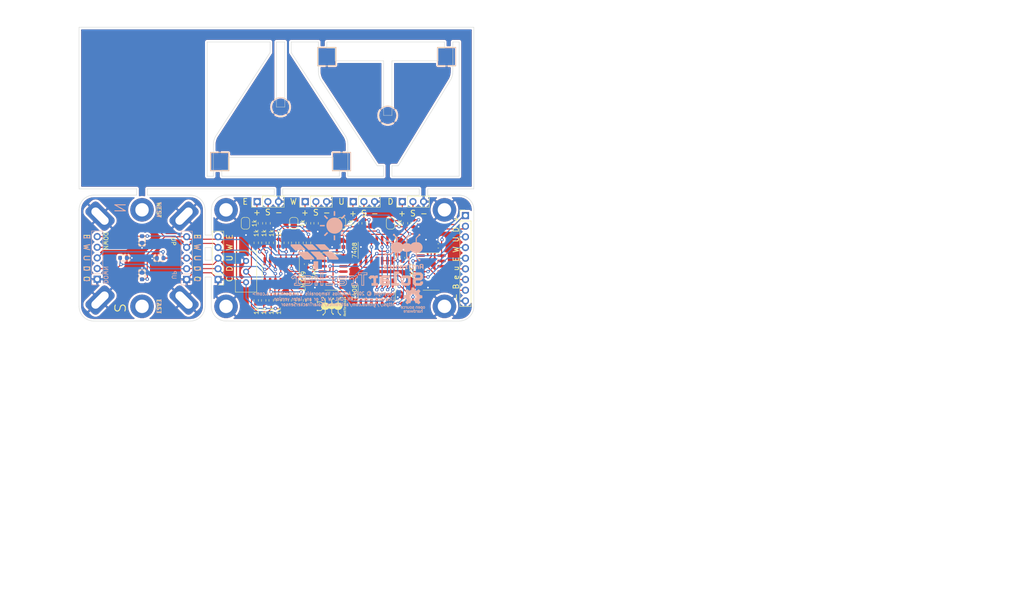
<source format=kicad_pcb>
(kicad_pcb (version 20211014) (generator pcbnew)
  (title_block (title "SolarTrackerSensor") (date "2023-12-16") (rev "0.2") (company "AntTronics"))
  (layers (0 "F.Cu" signal) (31 "B.Cu" signal) (34 "B.Paste" user) (35 "F.Paste" user) (36 "B.SilkS" user "B.Silkscreen") (37 "F.SilkS" user "F.Silkscreen") (38 "B.Mask" user) (39 "F.Mask" user) (44 "Edge.Cuts" user))
  (net 0 "")
  (net 1 "VCC")
  (net 2 "GND")
  (net 3 "/SU")
  (net 4 "/SD")
  (net 5 "/LU")
  (net 6 "Net-(J4-Pad1)")
  (net 7 "/LD")
  (net 8 "/VREF")
  (net 9 "/CU")
  (net 10 "/CD")
  (net 11 "/NCU")
  (net 12 "/NCD")
  (net 14 "Net-(U3-Pad3)")
  (net 15 "Net-(U3-Pad4)")
  (net 16 "/OU")
  (net 17 "/OD")
  (net 20 "/BUSY_UD")
  (net 21 "/OE")
  (net 24 "Net-(J1-Pad1)")
  (net 25 "Net-(J2-Pad1)")
  (net 26 "Net-(R1-Pad2)")
  (net 27 "Net-(R10-Pad1)")
  (net 28 "/BUSY_EW")
  (net 30 "Net-(R11-Pad1)")
  (net 31 "Net-(R12-Pad1)")
  (net 32 "/SW")
  (net 33 "/SE")
  (net 34 "/LE")
  (net 35 "/LW")
  (net 36 "/OW")
  (net 37 "/BUSY")
  (net 38 "/CW")
  (net 39 "/CE")
  (net 40 "/NCW")
  (net 41 "/NCE")
  (net 42 "Net-(J3-Pad1)")
  (footprint "Connector_PinHeader_2.54mm:PinHeader_1x03_P2.54mm_Vertical" (layer "F.Cu") (at 135.959 92.547 90)
    (fp_text reference "J1" hide)
    (fp_text value "Conn_01x03_Male" hide)
  )
  (footprint "TestPoint:TestPoint_THTPad_D4.0mm_Drill2.0mm" (layer "F.Cu") (at 64 96 45)
    (fp_text reference "J21" hide)
    (fp_text value "Conn_01x01_Male" hide)
  )
  (footprint "Jumper:SolderJumper-2_P1.3mm_Open_RoundedPad1.0x1.5mm" (layer "F.Cu") (at 98.621 97.705 -90)
    (fp_text reference "JP3" hide)
    (fp_text value "SolderJumper_2_Open" hide)
  )
  (footprint "Connector_PinHeader_2.54mm:PinHeader_1x03_P2.54mm_Vertical" (layer "F.Cu") (at 112.858 92.547 90)
    (fp_text reference "J4" hide)
    (fp_text value "Conn_01x03_Male" hide)
  )
  (footprint "Connector_PinHeader_2.54mm:PinHeader_1x03_P2.54mm_Vertical" (layer "F.Cu") (at 101.415 92.547 90)
    (fp_text reference "J3" hide)
    (fp_text value "Conn_01x03_Male" hide)
  )
  (footprint "Resistor_SMD:R_0603_1608Metric" (layer "F.Cu") (at 110.114 102.35875 -90)
    (fp_text reference "R9" hide)
    (fp_text value "100k" hide)
  )
  (footprint "MountingHole:MountingHole_3.2mm_M3_DIN965_Pad" (layer "F.Cu") (at 74 94.5 -90)
    (fp_text reference "H5" hide)
    (fp_text value "MountingHole_Pad" hide)
  )
  (footprint "MountingHole:MountingHole_3.2mm_M3_DIN965_Pad" (layer "F.Cu") (at 94 94.5)
    (fp_text reference "H4" hide)
    (fp_text value "MountingHole_Pad" hide)
  )
  (footprint "Resistor_SMD:R_0603_1608Metric" (layer "F.Cu") (at 111.8545 116.07475 -90)
    (fp_text reference "R12" hide)
    (fp_text value "100k" hide)
  )
  (footprint "Package_SO:SOIC-14_3.9x8.7mm_P1.27mm" (layer "F.Cu") (at 107.0285 109.21675 -90)
    (fp_text reference "U1" hide)
    (fp_text value "LM339")
  )
  (footprint "Capacitor_SMD:C_0603_1608Metric" (layer "F.Cu") (at 136.022 116.056 90)
    (fp_text reference "C4" hide)
    (fp_text value "100n" hide)
  )
  (footprint "MountingHole:MountingHole_3.2mm_M3_DIN965_Pad" (layer "F.Cu") (at 94 117.5)
    (fp_text reference "H2" hide)
    (fp_text value "MountingHole_Pad" hide)
  )
  (footprint "Resistor_SMD:R_0603_1608Metric" (layer "F.Cu") (at 138.562 97.705 90)
    (fp_text reference "R6" hide)
    (fp_text value "100k" hide)
  )
  (footprint "Package_SO:SOIC-14_3.9x8.7mm_P1.27mm" (layer "F.Cu") (at 142.8425 109.21675)
    (fp_text reference "U5" hide)
    (fp_text value "7432")
  )
  (footprint "LED_SMD:LED_0603_1608Metric" (layer "F.Cu") (at 69.575 105.95 180)
    (fp_text reference "Q3" hide)
    (fp_text value "Q_Photo_NPN" hide)
  )
  (footprint "Resistor_SMD:R_0603_1608Metric" (layer "F.Cu") (at 110.0765 116.07475 90)
    (fp_text reference "R15" hide)
    (fp_text value "100k" hide)
  )
  (footprint "Resistor_SMD:R_0603_1608Metric" (layer "F.Cu") (at 103.002 102.35875 -90)
    (fp_text reference "R1" hide)
    (fp_text value "1k")
  )
  (footprint "Package_SO:SOIC-14_3.9x8.7mm_P1.27mm" (layer "F.Cu") (at 129.8885 104.13675 -90)
    (fp_text reference "U4" hide)
    (fp_text value "7408")
  )
  (footprint "Resistor_SMD:R_0603_1608Metric" (layer "F.Cu") (at 104.7425 116.07475 90)
    (fp_text reference "R4" hide)
    (fp_text value "1k")
  )
  (footprint "MountingHole:MountingHole_3.2mm_M3_DIN965_Pad" (layer "F.Cu") (at 146 117.5)
    (fp_text reference "H1" hide)
    (fp_text value "MountingHole_Pad" hide)
  )
  (footprint "Resistor_SMD:R_0603_1608Metric" (layer "F.Cu") (at 108.2985 116.07475 -90)
    (fp_text reference "R11" hide)
    (fp_text value "100k" hide)
  )
  (footprint "TestPoint:TestPoint_Pad_4.0x4.0mm" (layer "F.Cu") (at 121.5 83)
    (fp_text reference "J8" hide)
    (fp_text value "Conn_01x01_Male" hide)
  )
  (footprint "Package_SO:SOIC-14_3.9x8.7mm_P1.27mm" (layer "F.Cu") (at 129.8885 114.29675 -90)
    (fp_text reference "U3" hide)
    (fp_text value "7408")
  )
  (footprint "Resistor_SMD:R_0603_1608Metric" (layer "F.Cu") (at 113.633 97.705 -90)
    (fp_text reference "R19" hide)
    (fp_text value "1k")
  )
  (footprint "MountingHole:MountingHole_3.2mm_M3_DIN965_Pad" (layer "F.Cu") (at 74 117.5 -90)
    (fp_text reference "H6" hide)
    (fp_text value "MountingHole_Pad" hide)
  )
  (footprint "Resistor_SMD:R_0603_1608Metric" (layer "F.Cu") (at 115.448 97.705 90)
    (fp_text reference "R20" hide)
    (fp_text value "100k" hide)
  )
  (footprint "TestPoint:TestPoint_Pad_4.0x4.0mm" (layer "F.Cu") (at 146.5 58)
    (fp_text reference "J13" hide)
    (fp_text value "Conn_01x01_Male" hide)
  )
  (footprint "TestPoint:TestPoint_Pad_D4.0mm" (layer "F.Cu") (at 107 70)
    (fp_text reference "J19" hide)
    (fp_text value "Conn_01x01_Male")
  )
  (footprint "LED_SMD:LED_0603_1608Metric" (layer "F.Cu") (at 78.318 106)
    (fp_text reference "Q1" hide)
    (fp_text value "Q_Photo_NPN" hide)
  )
  (footprint "Resistor_SMD:R_0603_1608Metric" (layer "F.Cu") (at 102.9645 116.07475 -90)
    (fp_text reference "R22" hide)
    (fp_text value "1k")
  )
  (footprint "Connector_PinHeader_2.54mm:PinHeader_1x03_P2.54mm_Vertical" (layer "F.Cu") (at 124.29 92.547 90)
    (fp_text reference "J2" hide)
    (fp_text value "Conn_01x03_Male" hide)
  )
  (footprint "TestPoint:TestPoint_Pad_4.0x4.0mm" (layer "F.Cu") (at 92.5 83)
    (fp_text reference "J7" hide)
    (fp_text value "Conn_01x01_Male" hide)
  )
  (footprint "Jumper:SolderJumper-2_P1.3mm_Open_RoundedPad1.0x1.5mm" (layer "F.Cu") (at 133.165 97.705 -90)
    (fp_text reference "JP2" hide)
    (fp_text value "SolderJumper_2_Open" hide)
  )
  (footprint "Resistor_SMD:R_0603_1608Metric" (layer "F.Cu") (at 113.6325 116.07475 90)
    (fp_text reference "R16" hide)
    (fp_text value "100k" hide)
  )
  (footprint "Resistor_SMD:R_0603_1608Metric" (layer "F.Cu") (at 101.1865 102.35875 -90)
    (fp_text reference "R2" hide)
    (fp_text value "1k")
  )
  (footprint "Potentiometer_THT:Potentiometer_Bourns_3296W_Vertical" (layer "F.Cu") (at 98.7735 111.76675 -90)
    (fp_text reference "RV1" hide)
    (fp_text value "10k+" hide)
  )
  (footprint "Package_SO:SOIC-14_3.9x8.7mm_P1.27mm" (layer "F.Cu") (at 119.4745 109.21675)
    (fp_text reference "U2" hide)
    (fp_text value "7404")
  )
  (footprint "TestPoint:TestPoint_THTPad_D4.0mm_Drill2.0mm" (layer "F.Cu") (at 84 96 -45)
    (fp_text reference "J23" hide)
    (fp_text value "Conn_01x01_Male" hide)
  )
  (footprint "Capacitor_SMD:C_0603_1608Metric" (layer "F.Cu") (at 136.022 105.896 90)
    (fp_text reference "C1" hide)
    (fp_text value "100n" hide)
  )
  (footprint "LED_SMD:LED_0603_1608Metric" (layer "F.Cu") (at 74 110.267 -90)
    (fp_text reference "Q5" hide)
    (fp_text value "Q_Photo_NPN" hide)
  )
  (footprint "TestPoint:TestPoint_Pad_4.0x4.0mm" (layer "F.Cu") (at 118 58)
    (fp_text reference "J14" hide)
    (fp_text value "Conn_01x01_Male" hide)
  )
  (footprint "Capacitor_SMD:C_0603_1608Metric" (layer "F.Cu") (at 113.162 107.42 90)
    (fp_text reference "C5" hide)
    (fp_text value "100n" hide)
  )
  (footprint "Capacitor_SMD:C_0603_1608Metric" (layer "F.Cu") (at 121.163 103.356 180)
    (fp_text reference "C3" hide)
    (fp_text value "100n" hide)
  )
  (footprint "Capacitor_SMD:C_0603_1608Metric" (layer "F.Cu") (at 144.531 103.102 180)
    (fp_text reference "C2" hide)
    (fp_text value "100n" hide)
  )
  (footprint "TestPoint:TestPoint_THTPad_D4.0mm_Drill2.0mm" (layer "F.Cu") (at 84 116 45)
    (fp_text reference "J22" hide)
    (fp_text value "Conn_01x01_Male" hide)
  )
  (footprint "Resistor_SMD:R_0603_1608Metric" (layer "F.Cu") (at 106.558 102.35875 90)
    (fp_text reference "R21" hide)
    (fp_text value "1k")
  )
  (footprint "MountingHole:MountingHole_3.2mm_M3_DIN965_Pad" (layer "F.Cu") (at 146 94.5)
    (fp_text reference "H3" hide)
    (fp_text value "MountingHole_Pad" hide)
  )
  (footprint "Resistor_SMD:R_0603_1608Metric" (layer "F.Cu") (at 104.78 102.35875 90)
    (fp_text reference "R23" hide)
    (fp_text value "1k")
  )
  (footprint "Resistor_SMD:R_0603_1608Metric" (layer "F.Cu") (at 102.177 97.705 -90)
    (fp_text reference "R17" hide)
    (fp_text value "1k")
  )
  (footprint "Resistor_SMD:R_0603_1608Metric" (layer "F.Cu") (at 101.1865 116.07475 -90)
    (fp_text reference "R24" hide)
    (fp_text value "1k")
  )
  (footprint "Resistor_SMD:R_0603_1608Metric" (layer "F.Cu") (at 108.336 102.35875 90)
    (fp_text reference "R13" hide)
    (fp_text value "100k" hide)
  )
  (footprint "Resistor_SMD:R_0603_1608Metric" (layer "F.Cu") (at 113.6325 102.35875 -90)
    (fp_text reference "R14" hide)
    (fp_text value "100k" hide)
  )
  (footprint "Resistor_SMD:R_0603_1608Metric" (layer "F.Cu") (at 126.878 97.705 90)
    (fp_text reference "R8" hide)
    (fp_text value "100k" hide)
  )
  (footprint "Resistor_SMD:R_0603_1608Metric" (layer "F.Cu") (at 104.018 97.705 90)
    (fp_text reference "R18" hide)
    (fp_text value "100k" hide)
  )
  (footprint "AntTronics_Graphics:AntTronics_logo_tall_5x7" (layer "F.Cu") (at 119 117.5 90)
    (fp_text reference "G***" hide)
    (fp_text value "LOGO" hide)
  )
  (footprint "Connector_PinHeader_2.54mm:PinHeader_1x05_P2.54mm_Vertical" (layer "F.Cu") (at 92.1 111.085 180)
    (fp_text reference "J6" hide)
    (fp_text value "Conn_01x05_Male" hide)
  )
  (footprint "Jumper:SolderJumper-2_P1.3mm_Open_RoundedPad1.0x1.5mm" (layer "F.Cu") (at 121.481 97.705 -90)
    (fp_text reference "JP1" hide)
    (fp_text value "SolderJumper_2_Open" hide)
  )
  (footprint "TestPoint:TestPoint_Pad_D4.0mm" (layer "F.Cu") (at 132.5 72)
    (fp_text reference "J20" hide)
    (fp_text value "Conn_01x01_Male")
  )
  (footprint "TestPoint:TestPoint_THTPad_D4.0mm_Drill2.0mm" (layer "F.Cu") (at 64 116 -45)
    (fp_text reference "J24" hide)
    (fp_text value "Conn_01x01_Male" hide)
  )
  (footprint "Resistor_SMD:R_0603_1608Metric" (layer "F.Cu") (at 111.8545 102.35875 90)
    (fp_text reference "R10" hide)
    (fp_text value "100k" hide)
  )
  (footprint "Resistor_SMD:R_0603_1608Metric" (layer "F.Cu") (at 125.037 97.705 -90)
    (fp_text reference "R7" hide)
    (fp_text value "1k")
  )
  (footprint "LED_SMD:LED_0603_1608Metric" (layer "F.Cu") (at 74 101.575 90)
    (fp_text reference "Q7" hide)
    (fp_text value "Q_Photo_NPN" hide)
  )
  (footprint "Connector_PinHeader_2.54mm:PinHeader_1x09_P2.54mm_Vertical" (layer "F.Cu") (at 151 95.87)
    (fp_text reference "J5" hide)
    (fp_text value "Conn_01x07_Male")
  )
  (footprint "Resistor_SMD:R_0603_1608Metric" (layer "F.Cu") (at 106.5205 116.07475 90)
    (fp_text reference "R3" hide)
    (fp_text value "1k")
  )
  (footprint "Resistor_SMD:R_0603_1608Metric" (layer "F.Cu") (at 136.721 97.705 -90)
    (fp_text reference "R5" hide)
    (fp_text value "1k")
  )
  (footprint "Jumper:SolderJumper-2_P1.3mm_Open_RoundedPad1.0x1.5mm" (layer "F.Cu") (at 110.133 97.705 -90)
    (fp_text reference "JP4" hide)
    (fp_text value "SolderJumper_2_Open" hide)
  )
  (footprint "Symbol:OSHW-Logo_5.7x6mm_SilkScreen" (layer "B.Cu") (at 138.5 116 180)
    (fp_text reference "REF**" hide)
    (fp_text value "OSHW-Logo_5.7x6mm_SilkScreen" hide)
  )
  (footprint "LED_SMD:LED_0603_1608Metric" (layer "B.Cu") (at 74 101.575 90)
    (fp_text reference "Q8" hide)
    (fp_text value "Q_Photo_NPN" hide)
  )
  (footprint "Connector_PinHeader_2.54mm:PinHeader_1x05_P2.54mm_Vertical" (layer "B.Cu") (at 84.625 111.075)
    (fp_text reference "J16" hide)
    (fp_text value "Conn_01x05_Male" hide)
  )
  (footprint "TestPoint:TestPoint_Pad_4.0x4.0mm" (layer "B.Cu") (at 118 58 180)
    (fp_text reference "J11" hide)
    (fp_text value "Conn_01x01_Male" hide)
  )
  (footprint "LOGO" (layer "B.Cu") (at 116.25 101.75 180)
    (fp_text reference "G***" hide)
    (fp_text value "LOGO" hide)
  )
  (footprint "LED_SMD:LED_0603_1608Metric" (layer "B.Cu") (at 78.325 106)
    (fp_text reference "Q2" hide)
    (fp_text value "Q_Photo_NPN" hide)
  )
  (footprint "TestPoint:TestPoint_Pad_4.0x4.0mm" (layer "B.Cu") (at 92.5 83 180)
    (fp_text reference "J9" hide)
    (fp_text value "Conn_01x01_Male" hide)
  )
  (footprint "LOGO" (layer "B.Cu") (at 125.25 111 180)
    (fp_text reference "G***" hide)
    (fp_text value "LOGO" hide)
  )
  (footprint "LED_SMD:LED_0603_1608Metric" (layer "B.Cu") (at 74 110.275 -90)
    (fp_text reference "Q6" hide)
    (fp_text value "Q_Photo_NPN" hide)
  )
  (footprint "Connector_PinHeader_2.54mm:PinHeader_1x05_P2.54mm_Vertical" (layer "B.Cu") (at 63.332 111.034)
    (fp_text reference "J15" hide)
    (fp_text value "Conn_01x05_Male" hide)
  )
  (footprint "TestPoint:TestPoint_Pad_D4.0mm" (layer "B.Cu") (at 132.5 72 180)
    (fp_text reference "J18" hide)
    (fp_text value "Conn_01x01_Male")
  )
  (footprint "TestPoint:TestPoint_Pad_D4.0mm" (layer "B.Cu") (at 107 70 180)
    (fp_text reference "J17" hide)
    (fp_text value "Conn_01x01_Male")
  )
  (footprint "LED_SMD:LED_0603_1608Metric" (layer "B.Cu") (at 69.575 105.95 180)
    (fp_text reference "Q4" hide)
    (fp_text value "Q_Photo_NPN" hide)
  )
  (footprint "TestPoint:TestPoint_Pad_4.0x4.0mm" (layer "B.Cu") (at 146.5 58 180)
    (fp_text reference "J12" hide)
    (fp_text value "Conn_01x01_Male" hide)
  )
  (footprint "TestPoint:TestPoint_Pad_4.0x4.0mm" (layer "B.Cu") (at 121.5 83 180)
    (fp_text reference "J10" hide)
    (fp_text value "Conn_01x01_Male" hide)
  )
  (footprint "AntTronics_Graphics:AntTronics_logo_square_10x10" (layer "B.Cu") (at 136.25 104.5 180)
    (fp_text reference "G***" hide)
    (fp_text value "LOGO" hide)
  )
  (gr_line (start 109.5 57) (end 122.5 77.000002) (layer "Edge.Cuts") (width 0.1))
  (gr_line (start 94 121) (end 149.5 121) (layer "Edge.Cuts") (width 0.1))
  (gr_line (start 91 86.5) (end 89.5 86.5) (layer "Edge.Cuts") (width 0.1))
  (gr_arc (start 153 117.5) (mid 151.974874 119.974874) (end 149.5 121) (layer "Edge.Cuts") (width 0.1))
  (gr_line (start 90.5 106.5) (end 89 106.5) (layer "Edge.Cuts") (width 0.1))
  (gr_line (start 131.5 72) (end 131.5 59) (layer "Edge.Cuts") (width 0.1))
  (gr_line (start 89.5 54.5) (end 104.5 54.5) (layer "Edge.Cuts") (width 0.1))
  (gr_arc (start 91 79) (mid 91.126894 77.969224) (end 91.5 77) (layer "Edge.Cuts") (width 0.1))
  (gr_line (start 90.5 110.5) (end 90.5 117.5) (layer "Edge.Cuts") (width 0.1))
  (gr_arc (start 116.5 63.5) (mid 116.126894 62.530776) (end 116 61.5) (layer "Edge.Cuts") (width 0.1))
  (gr_line (start 140 89.5) (end 140 91) (layer "Edge.Cuts") (width 0.1))
  (gr_line (start 119.5 85) (end 121 85) (layer "Edge.Cuts") (width 0.1))
  (gr_line (start 147.5 63.5) (end 135 84) (layer "Edge.Cuts") (width 0.1))
  (gr_line (start 118 56) (end 120 56) (layer "Edge.Cuts") (width 0.1))
  (gr_line (start 105.5 91) (end 94 91) (layer "Edge.Cuts") (width 0.1))
  (gr_line (start 140 91) (end 107.5 91) (layer "Edge.Cuts") (width 0.1))
  (gr_line (start 72.75 89.5) (end 72.75 91) (layer "Edge.Cuts") (width 0.1))
  (gr_arc (start 94 121) (mid 91.525126 119.974874) (end 90.5 117.5) (layer "Edge.Cuts") (width 0.1))
  (gr_line (start 75.25 89.5) (end 105.5 89.5) (layer "Edge.Cuts") (width 0.1))
  (gr_line (start 109.5 57) (end 109.5 54.5) (layer "Edge.Cuts") (width 0.1))
  (gr_line (start 105.5 89.5) (end 105.5 91) (layer "Edge.Cuts") (width 0.1))
  (gr_line (start 90.5 103.5) (end 90.5 106.5) (layer "Edge.Cuts") (width 0.1))
  (gr_arc (start 148 61.5) (mid 147.873106 62.530776) (end 147.5 63.5) (layer "Edge.Cuts") (width 0.1))
  (gr_line (start 123 79.000002) (end 123 85) (layer "Edge.Cuts") (width 0.1))
  (gr_line (start 142 89.5) (end 153 89.5) (layer "Edge.Cuts") (width 0.1))
  (gr_arc (start 85.5 91) (mid 87.974874 92.025126) (end 89 94.5) (layer "Edge.Cuts") (width 0.1))
  (gr_line (start 120 56) (end 120 59) (layer "Edge.Cuts") (width 0.15))
  (gr_line (start 93 85) (end 94.5 85) (layer "Edge.Cuts") (width 0.1))
  (gr_line (start 90.5 110.5) (end 89 110.5) (layer "Edge.Cuts") (width 0.1))
  (gr_line (start 144.5 56) (end 144.5 59) (layer "Edge.Cuts") (width 0.1))
  (gr_line (start 149.5 62.5) (end 149.5 86.5) (layer "Edge.Cuts") (width 0.1))
  (gr_line (start 121 86.5) (end 93 86.5) (layer "Edge.Cuts") (width 0.1))
  (gr_line (start 91.5 77) (end 104.5 57) (layer "Edge.Cuts") (width 0.1))
  (gr_line (start 94.5 82) (end 119.5 82) (layer "Edge.Cuts") (width 0.1))
  (gr_line (start 148 54.5) (end 149.5 54.5) (layer "Edge.Cuts") (width 0.1))
  (gr_line (start 106 70) (end 108 70) (layer "Edge.Cuts") (width 0.1))
  (gr_line (start 149.5 91) (end 142 91) (layer "Edge.Cuts") (width 0.1))
  (gr_line (start 123 86.5) (end 123 85) (layer "Edge.Cuts") (width 0.1))
  (gr_line (start 106 54.5) (end 108 54.5) (layer "Edge.Cuts") (width 0.1))
  (gr_line (start 130 84) (end 116.5 63.5) (layer "Edge.Cuts") (width 0.1))
  (gr_line (start 91 79) (end 91 85) (layer "Edge.Cuts") (width 0.1))
  (gr_line (start 85.5 91) (end 75.25 91) (layer "Edge.Cuts") (width 0.1))
  (gr_line (start 72.75 91) (end 62.500001 91.000001) (layer "Edge.Cuts") (width 0.1))
  (gr_line (start 118 56) (end 118 54.5) (layer "Edge.Cuts") (width 0.1))
  (gr_line (start 146 54.5) (end 146 56) (layer "Edge.Cuts") (width 0.1))
  (gr_arc (start 149.5 91) (mid 151.974874 92.025126) (end 153 94.5) (layer "Edge.Cuts") (width 0.1))
  (gr_line (start 59 107) (end 59.000001 94.500001) (layer "Edge.Cuts") (width 0.1))
  (gr_arc (start 88.999999 117.499999) (mid 87.974873 119.974873) (end 85.499999 120.999999) (layer "Edge.Cuts") (width 0.1))
  (gr_line (start 108 54.5) (end 108 57) (layer "Edge.Cuts") (width 0.1))
  (gr_line (start 91 86.5) (end 91 85) (layer "Edge.Cuts") (width 0.1))
  (gr_line (start 106 57) (end 106 54.5) (layer "Edge.Cuts") (width 0.1))
  (gr_line (start 89 94.5) (end 89 100.5) (layer "Edge.Cuts") (width 0.1))
  (gr_line (start 75.25 89.5) (end 75.25 91) (layer "Edge.Cuts") (width 0.1))
  (gr_line (start 89 103.5) (end 89 106.5) (layer "Edge.Cuts") (width 0.1))
  (gr_line (start 148 61.5) (end 148 54.5) (layer "Edge.Cuts") (width 0.1))
  (gr_arc (start 90.5 94.5) (mid 91.525126 92.025126) (end 94 91) (layer "Edge.Cuts") (width 0.1))
  (gr_line (start 149.5 86.5) (end 133.5 86.5) (layer "Edge.Cuts") (width 0.1))
  (gr_line (start 153 51) (end 153 89.5) (layer "Edge.Cuts") (width 0.1))
  (gr_line (start 153 117.5) (end 153 94.5) (layer "Edge.Cuts") (width 0.1))
  (gr_line (start 108 70) (end 108 57) (layer "Edge.Cuts") (width 0.1))
  (gr_line (start 133.5 84) (end 135 84) (layer "Edge.Cuts") (width 0.1))
  (gr_line (start 142 89.5) (end 142 91) (layer "Edge.Cuts") (width 0.1))
  (gr_line (start 94.5 85) (end 94.5 82) (layer "Edge.Cuts") (width 0.1))
  (gr_line (start 144.5 59) (end 133.5 59) (layer "Edge.Cuts") (width 0.1))
  (gr_line (start 119.5 85) (end 119.5 82) (layer "Edge.Cuts") (width 0.1))
  (gr_line (start 90.5 100.5) (end 89 100.5) (layer "Edge.Cuts") (width 0.1))
  (gr_line (start 104.5 57) (end 104.5 54.5) (layer "Edge.Cuts") (width 0.1))
  (gr_line (start 89 110.5) (end 88.999999 117.499999) (layer "Edge.Cuts") (width 0.1))
  (gr_line (start 131.5 84) (end 131.5 86.5) (layer "Edge.Cuts") (width 0.1))
  (gr_line (start 116 61.5) (end 116 54.5) (layer "Edge.Cuts") (width 0.1))
  (gr_line (start 93 85) (end 93 86.5) (layer "Edge.Cuts") (width 0.1))
  (gr_line (start 131.5 86.5) (end 123 86.5) (layer "Edge.Cuts") (width 0.1))
  (gr_line (start 89.5 86.5) (end 89.5 54.5) (layer "Edge.Cuts") (width 0.1))
  (gr_line (start 146 56) (end 144.5 56) (layer "Edge.Cuts") (width 0.1))
  (gr_line (start 131.5 59) (end 120 59) (layer "Edge.Cuts") (width 0.1))
  (gr_line (start 59 89.5) (end 59 51) (layer "Edge.Cuts") (width 0.1))
  (gr_line (start 133.5 86.5) (end 133.5 84) (layer "Edge.Cuts") (width 0.1))
  (gr_line (start 149.5 54.5) (end 149.5 62.5) (layer "Edge.Cuts") (width 0.1))
  (gr_line (start 121 86.5) (end 121 85) (layer "Edge.Cuts") (width 0.1))
  (gr_line (start 118 54.5) (end 146 54.5) (layer "Edge.Cuts") (width 0.1))
  (gr_line (start 107.5 89.5) (end 107.5 91) (layer "Edge.Cuts") (width 0.1))
  (gr_arc (start 122.5 77.000002) (mid 122.873106 77.969226) (end 123 79.000002) (layer "Edge.Cuts") (width 0.1))
  (gr_line (start 59 107) (end 59.000001 117.499999) (layer "Edge.Cuts") (width 0.1))
  (gr_line (start 90.5 94.5) (end 90.5 100.5) (layer "Edge.Cuts") (width 0.1))
  (gr_line (start 133.5 59) (end 133.5 72) (layer "Edge.Cuts") (width 0.1))
  (gr_line (start 133.5 72) (end 131.5 72) (layer "Edge.Cuts") (width 0.1))
  (gr_arc (start 62.500001 120.999999) (mid 60.025127 119.974873) (end 59.000001 117.499999) (layer "Edge.Cuts") (width 0.1))
  (gr_line (start 62.500001 120.999999) (end 85.499999 120.999999) (layer "Edge.Cuts") (width 0.1))
  (gr_line (start 131.5 84) (end 130 84) (layer "Edge.Cuts") (width 0.1))
  (gr_line (start 109.5 54.5) (end 116 54.5) (layer "Edge.Cuts") (width 0.1))
  (gr_line (start 106 70) (end 106 57) (layer "Edge.Cuts") (width 0.1))
  (gr_line (start 72.75 89.5) (end 59 89.5) (layer "Edge.Cuts") (width 0.1))
  (gr_line (start 90.5 103.5) (end 89 103.5) (layer "Edge.Cuts") (width 0.1))
  (gr_line (start 107.5 89.5) (end 140 89.5) (layer "Edge.Cuts") (width 0.1))
  (gr_arc (start 59.000001 94.500001) (mid 60.025127 92.025127) (end 62.500001 91.000001) (layer "Edge.Cuts") (width 0.1))
  (gr_line (start 59 51) (end 153 51) (layer "Edge.Cuts") (width 0.1))
  (gr_text "DOWN" (at 65.364 110.018 270) (layer "B.SilkS") (effects (font (size 1 1)) (justify mirror)))
  (gr_text "C D U W E" (at 87.22 105.954 270) (layer "B.SilkS") (effects (font (size 1.4 1.4) (thickness 0.2)) (justify mirror)))
  (gr_text "UP" (at 81.62 110.018 270) (layer "B.SilkS") (effects (font (size 1 1)) (justify mirror)))
  (gr_text "WEST" (at 78 94.5 270) (layer "B.SilkS") (effects (font (size 1 1)) (justify mirror)))
  (gr_text "EAST" (at 78 117.5 270) (layer "B.SilkS") (effects (font (size 1 1)) (justify mirror)))
  (gr_text "N" (at 68.666 94.016 270) (layer "B.SilkS") (effects (font (size 2.5 2.5) (thickness 0.23)) (justify mirror)))
  (gr_text "C D U W E" (at 60.792 105.954 270) (layer "B.SilkS") (effects (font (size 1.4 1.4) (thickness 0.2)) (justify mirror)))
  (gr_text "Copyright © 2023 Antonios Vamporakis <ant@anttronics.com>\nLicensed under CERN-OHL-W v2 or any later version\nhttps://github.com/anttronics/SolarTrackerSensor\n" (at 134.25 115.75) (layer "B.SilkS") (effects (font (size 0.8 0.7)) (justify left mirror)))
  (gr_text "E W U D C" (at 60.792 105.954 270) (layer "F.SilkS") (effects (font (size 1.4 1.4) (thickness 0.2))))
  (gr_text "+ S -" (at 115.383 95.147) (layer "F.SilkS") (effects (font (size 1.4 1.4) (thickness 0.2))))
  (gr_text "EAST" (at 78 117.5 270) (layer "F.SilkS") (effects (font (size 1 1))))
  (gr_text "+ S -" (at 126.815 95.341) (layer "F.SilkS") (effects (font (size 1.4 1.4) (thickness 0.2))))
  (gr_text "UP" (at 81.5 102 270) (layer "F.SilkS") (effects (font (size 1 1))))
  (gr_text "W" (at 110.051 92.547) (layer "F.SilkS") (effects (font (size 1.4 1.4) (thickness 0.2))))
  (gr_text "DOWN" (at 65.364 101.89 270) (layer "F.SilkS") (effects (font (size 1 1))))
  (gr_text "+ S -" (at 103.955 95.087) (layer "F.SilkS") (effects (font (size 1.4 1.4) (thickness 0.2))))
  (gr_text "E" (at 98.558 92.547) (layer "F.SilkS") (effects (font (size 1.4 1.4) (thickness 0.2))))
  (gr_text "E W U D C" (at 87.1 105.954 270) (layer "F.SilkS") (effects (font (size 1.4 1.4) (thickness 0.2))))
  (gr_text "U" (at 121.481 92.547) (layer "F.SilkS") (effects (font (size 1.4 1.4) (thickness 0.2))))
  (gr_text "S" (at 68.666 117.892 270) (layer "F.SilkS") (effects (font (size 2.5 2.5) (thickness 0.23))))
  (gr_text "+ S -" (at 138.499 95.341) (layer "F.SilkS") (effects (font (size 1.4 1.4) (thickness 0.2))))
  (gr_text "WEST" (at 78 94.5 270) (layer "F.SilkS") (effects (font (size 1 1))))
  (gr_text "- B e u E W U D +" (at 148.75 106 90) (layer "F.SilkS") (effects (font (size 1.3 1.3) (thickness 0.2))))
  (gr_text "C D U W E" (at 94.8485 105.994 90) (layer "F.SilkS") (effects (font (size 1.4 1.4) (thickness 0.2))))
  (gr_text "D" (at 133.165 92.547) (layer "F.SilkS") (effects (font (size 1.4 1.4) (thickness 0.2))))
  (segment (start 113.6325 116.89975) (end 113.6325 117.6175) (width 0.25) (layer "F.Cu") (net 1))
  (segment (start 112.141 98.441) (end 112.23 98.53) (width 0.25) (layer "F.Cu") (net 1))
  (segment (start 114.25 108.25) (end 112.25 108.25) (width 0.25) (layer "F.Cu") (net 1))
  (segment (start 135.085 98.355) (end 133.165 98.355) (width 0.25) (layer "F.Cu") (net 1))
  (segment (start 142.25 98) (end 148.5 98) (width 0.25) (layer "F.Cu") (net 1))
  (segment (start 96.5 110.75) (end 96.5 100.476) (width 0.25) (layer "F.Cu") (net 1))
  (segment (start 137.75 100.25) (end 140 100.25) (width 0.25) (layer "F.Cu") (net 1))
  (segment (start 121.9495 103.3675) (end 121.9495 105.40675) (width 0.25) (layer "F.Cu") (net 1))
  (segment (start 108.2985 104.5365) (end 108.336 104.499) (width 0.25) (layer "F.Cu") (net 1))
  (segment (start 103.25 118) (end 102.9645 117.7145) (width 0.25) (layer "F.Cu") (net 1))
  (segment (start 123.576 98.53) (end 125.037 98.53) (width 0.25) (layer "F.Cu") (net 1))
  (segment (start 134.892 116.831) (end 136.022 116.831) (width 0.25) (layer "F.Cu") (net 1))
  (segment (start 145.306 101.709) (end 145.306 103.102) (width 0.25) (layer "F.Cu") (net 1))
  (segment (start 108.2985 108.209364) (end 108.2985 106.74175) (width 0.25) (layer "F.Cu") (net 1))
  (segment (start 115.25 106) (end 115.84325 105.40675) (width 0.25) (layer "F.Cu") (net 1))
  (segment (start 111.320739 109.179261) (end 109.268397 109.179261) (width 0.25) (layer "F.Cu") (net 1))
  (segment (start 145.3175 101.6975) (end 145.3175 105.40675) (width 0.25) (layer "F.Cu") (net 1))
  (segment (start 123.513 98.467) (end 123.576 98.53) (width 0.25) (layer "F.Cu") (net 1))
  (segment (start 121.938 103.356) (end 121.9495 103.3675) (width 0.25) (layer "F.Cu") (net 1))
  (segment (start 119.001 104.499) (end 120.53525 106.03325) (width 0.25) (layer "F.Cu") (net 1))
  (segment (start 134.83275 116.77175) (end 133.6985 116.77175) (width 0.25) (layer "F.Cu") (net 1))
  (segment (start 134.879 116.818) (end 134.892 116.831) (width 0.25) (layer "F.Cu") (net 1))
  (segment (start 108.336 103.18375) (end 108.208 103.18375) (width 0.25) (layer "F.Cu") (net 1))
  (segment (start 113.6325 117.6175) (end 113.25 118) (width 0.25) (layer "F.Cu") (net 1))
  (segment (start 133.6985 106.61175) (end 132.4285 106.61175) (width 0.25) (layer "F.Cu") (net 1))
  (segment (start 148.5 98) (end 150.63 95.87) (width 0.25) (layer "F.Cu") (net 1))
  (segment (start 135.197 98.467) (end 135.085 98.355) (width 0.25) (layer "F.Cu") (net 1))
  (segment (start 134.892 106.671) (end 136.022 106.671) (width 0.25) (layer "F.Cu") (net 1))
  (segment (start 145.415 101.6) (end 145.3175 101.6975) (width 0.25) (layer "F.Cu") (net 1))
  (segment (start 131.1585 116.77175) (end 132.4285 116.77175) (width 0.25) (layer "F.Cu") (net 1))
  (segment (start 134.879 106.658) (end 134.892 106.671) (width 0.25) (layer "F.Cu") (net 1))
  (segment (start 134.879 106.658) (end 134.83275 106.61175) (width 0.25) (layer "F.Cu") (net 1))
  (segment (start 102.177 98.53) (end 103.147 99.5) (width 0.25) (layer "F.Cu") (net 1))
  (segment (start 135.26 98.53) (end 136.721 98.53) (width 0.25) (layer "F.Cu") (net 1))
  (segment (start 98.796 98.53) (end 98.621 98.355) (width 0.25) (layer "F.Cu") (net 1))
  (segment (start 108.2985 106.74175) (end 108.2985 104.5365) (width 0.25) (layer "F.Cu") (net 1))
  (segment (start 150.63 95.87) (end 151.25 95.87) (width 0.25) (layer "F.Cu") (net 1))
  (segment (start 136.721 99.221) (end 136.721 98.53) (width 0.25) (layer "F.Cu") (net 1))
  (segment (start 123.401 98.355) (end 121.481 98.355) (width 0.25) (layer "F.Cu") (net 1))
  (segment (start 140 100.25) (end 142.25 98) (width 0.25) (layer "F.Cu") (net 1))
  (segment (start 102.9645 116.89975) (end 101.1865 116.89975) (width 0.25) (layer "F.Cu") (net 1))
  (segment (start 115.84325 105.40675) (end 116.9995 105.40675) (width 0.25) (layer "F.Cu") (net 1))
  (segment (start 102.9645 117.7145) (end 102.9645 116.89975) (width 0.25) (layer "F.Cu") (net 1))
  (segment (start 113.162 108.195) (end 114.305 108.195) (width 0.25) (layer "F.Cu") (net 1))
  (segment (start 114.25 108.25) (end 114.195 108.195) (width 0.25) (layer "F.Cu") (net 1))
  (segment (start 108.336 103.18375) (end 108.336 104.499) (width 0.25) (layer "F.Cu") (net 1))
  (segment (start 110.0765 116.89975) (end 110.0765 118) (width 0.25) (layer "F.Cu") (net 1))
  (segment (start 101.923 98.53) (end 98.796 98.53) (width 0.25) (layer "F.Cu") (net 1))
  (segment (start 113.6325 101.53375) (end 113.6325 100.32675) (width 0.25) (layer "F.Cu") (net 1))
  (segment (start 108.208 103.18375) (end 106.558 101.53375) (width 0.25) (layer "F.Cu") (net 1))
  (segment (start 113.25 118) (end 110 118) (width 0.25) (layer "F.Cu") (net 1))
  (segment (start 114.305 108.195) (end 115.25 107.25) (width 0.25) (layer "F.Cu") (net 1))
  (segment (start 105.75 118) (end 109.96975 118) (width 0.25) (layer "F.Cu") (net 1))
  (segment (start 115.25 107.25) (end 115.25 106) (width 0.25) (layer "F.Cu") (net 1))
  (segment (start 134.879 116.818) (end 134.83275 116.77175) (width 0.25) (layer "F.Cu") (net 1))
  (segment (start 137.75 100.25) (end 136.721 99.221) (width 0.25) (layer "F.Cu") (net 1))
  (segment (start 112.141 98.441) (end 112.055 98.355) (width 0.25) (layer "F.Cu") (net 1))
  (segment (start 97.51675 111.76675) (end 96.5 110.75) (width 0.25) (layer "F.Cu") (net 1))
  (segment (start 103.147 99.5) (end 106.5 99.5) (width 0.25) (layer "F.Cu") (net 1))
  (segment (start 114.195 108.195) (end 113.162 108.195) (width 0.25) (layer "F.Cu") (net 1))
  (segment (start 145.3175 107.94675) (end 145.3175 106.67675) (width 0.25) (layer "F.Cu") (net 1))
  (segment (start 109.268397 109.179261) (end 108.2985 108.209364) (width 0.25) (layer "F.Cu") (net 1))
  (segment (start 106.558 101.53375) (end 104.78 101.53375) (width 0.25) (layer "F.Cu") (net 1))
  (segment (start 98.7735 111.76675) (end 97.51675 111.76675) (width 0.25) (layer "F.Cu") (net 1))
  (segment (start 132.4285 106.61175) (end 131.1585 106.61175) (width 0.25) (layer "F.Cu") (net 1))
  (segment (start 145.3175 106.67675) (end 145.3175 105.40675) (width 0.25) (layer "F.Cu") (net 1))
  (segment (start 112.25 108.25) (end 111.320739 109.179261) (width 0.25) (layer "F.Cu") (net 1))
  (segment (start 134.83275 106.61175) (end 133.6985 106.61175) (width 0.25) (layer "F.Cu") (net 1))
  (segment (start 112.23 98.53) (end 113.633 98.53) (width 0.25) (layer "F.Cu") (net 1))
  (segment (start 123.513 98.467) (end 123.401 98.355) (width 0.25) (layer "F.Cu") (net 1))
  (segment (start 135.197 98.467) (end 135.26 98.53) (width 0.25) (layer "F.Cu") (net 1))
  (segment (start 145.415 101.6) (end 145.306 101.709) (width 0.25) (layer "F.Cu") (net 1))
  (segment (start 121.9495 109.21675) (end 120.2365 109.21675) (width 0.25) (layer "F.Cu") (net 1))
  (segment (start 96.5 100.476) (end 98.621 98.355) (width 0.25) (layer "F.Cu") (net 1))
  (segment (start 132.4285 116.77175) (end 133.6985 116.77175) (width 0.25) (layer "F.Cu") (net 1))
  (segment (start 112.055 98.355) (end 110.133 98.355) (width 0.25) (layer "F.Cu") (net 1))
  (via (at 103.25 118) (size 0.8) (drill 0.4) (layers "F.Cu" "B.Cu") (net 1))
  (via (at 134.879 106.658) (size 0.8) (drill 0.4) (layers "F.Cu" "B.Cu") (net 1))
  (via (at 106.5 99.5) (size 0.8) (drill 0.4) (layers "F.Cu" "B.Cu") (net 1))
  (via (at 113.6325 100.32675) (size 0.8) (drill 0.4) (layers "F.Cu" "B.Cu") (net 1))
  (via (at 108.336 104.499) (size 0.8) (drill 0.4) (layers "F.Cu" "B.Cu") (net 1))
  (via (at 114.25 108.25) (size 0.8) (drill 0.4) (layers "F.Cu" "B.Cu") (net 1))
  (via (at 105.75 118) (size 0.8) (drill 0.4) (layers "F.Cu" "B.Cu") (net 1))
  (via (at 135.197 98.467) (size 0.8) (drill 0.4) (layers "F.Cu" "B.Cu") (net 1))
  (via (at 120.2365 109.21675) (size 0.8) (drill 0.4) (layers "F.Cu" "B.Cu") (net 1))
  (via (at 134.879 116.818) (size 0.8) (drill 0.4) (layers "F.Cu" "B.Cu") (net 1))
  (via (at 145.415 101.6) (size 0.8) (drill 0.4) (layers "F.Cu" "B.Cu") (net 1))
  (via (at 112.141 98.441) (size 0.8) (drill 0.4) (layers "F.Cu" "B.Cu") (net 1))
  (via (at 121.943743 104.499) (size 0.8) (drill 0.4) (layers "F.Cu" "B.Cu") (net 1))
  (via (at 137.75 100.25) (size 0.8) (drill 0.4) (layers "F.Cu" "B.Cu") (net 1))
  (via (at 123.513 98.467) (size 0.8) (drill 0.4) (layers "F.Cu" "B.Cu") (net 1))
  (segment (start 121.943743 100.036257) (end 123.513 98.467) (width 0.25) (layer "B.Cu") (net 1))
  (segment (start 121.943743 104.499) (end 119.001 104.499) (width 0.25) (layer "B.Cu") (net 1))
  (segment (start 150.66 95.84) (end 150.75 95.84) (width 0.25) (layer "B.Cu") (net 1))
  (segment (start 117.46675 109.21675) (end 120.2365 109.21675) (width 0.25) (layer "B.Cu") (net 1))
  (segment (start 108.336 104.499) (end 107.249 104.499) (width 0.25) (layer "B.Cu") (net 1))
  (segment (start 103.25 118) (end 101.25 118) (width 0.25) (layer "B.Cu") (net 1))
  (segment (start 106.5 99.5) (end 107.559 98.441) (width 0.25) (layer "B.Cu") (net 1))
  (segment (start 115.21675 109.21675) (end 117.46675 109.21675) (width 0.25) (layer "B.Cu") (net 1))
  (segment (start 114.25 108.25) (end 115.21675 109.21675) (width 0.25) (layer "B.Cu") (net 1))
  (segment (start 134.879 106.658) (end 134.879 111.129) (width 0.25) (layer "B.Cu") (net 1))
  (segment (start 132.75 95.75) (end 135.197 98.197) (width 0.25) (layer "B.Cu") (net 1))
  (segment (start 135.197 98.197) (end 135.197 98.467) (width 0.25) (layer "B.Cu") (net 1))
  (segment (start 112.141 98.83525) (end 113.6325 100.32675) (width 0.25) (layer "B.Cu") (net 1))
  (segment (start 121.943743 104.499) (end 121.943743 100.036257) (width 0.25) (layer "B.Cu") (net 1))
  (segment (start 107.559 98.441) (end 112.141 98.441) (width 0.25) (layer "B.Cu") (net 1))
  (segment (start 98.7735 115.5235) (end 98.7735 111.76675) (width 0.25) (layer "B.Cu") (net 1))
  (segment (start 107.249 104.499) (end 106.5 103.75) (width 0.25) (layer "B.Cu") (net 1))
  (segment (start 112.141 98.441) (end 112.141 98.83525) (width 0.25) (layer "B.Cu") (net 1))
  (segment (start 145.415 101.085) (end 150.66 95.84) (width 0.25) (layer "B.Cu") (net 1))
  (segment (start 106.5 103.75) (end 106.5 99.5) (width 0.25) (layer "B.Cu") (net 1))
  (segment (start 134.879 111.129) (end 136.25 112.5) (width 0.25) (layer "B.Cu") (net 1))
  (segment (start 123.513 98.467) (end 126.23 95.75) (width 0.25) (layer "B.Cu") (net 1))
  (segment (start 134.879 103.121) (end 137.75 100.25) (width 0.25) (layer "B.Cu") (net 1))
  (segment (start 117.46675 106.03325) (end 117.46675 109.21675) (width 0.25) (layer "B.Cu") (net 1))
  (segment (start 101.25 118) (end 98.7735 115.5235) (width 0.25) (layer "B.Cu") (net 1))
  (segment (start 126.23 95.75) (end 132.75 95.75) (width 0.25) (layer "B.Cu") (net 1))
  (segment (start 136.25 115.447) (end 134.879 116.818) (width 0.25) (layer "B.Cu") (net 1))
  (segment (start 103.25 118) (end 105.75 118) (width 0.25) (layer "B.Cu") (net 1))
  (segment (start 145.415 101.6) (end 145.415 101.085) (width 0.25) (layer "B.Cu") (net 1))
  (segment (start 134.879 106.658) (end 134.879 103.121) (width 0.25) (layer "B.Cu") (net 1))
  (segment (start 136.25 112.5) (end 136.25 115.447) (width 0.25) (layer "B.Cu") (net 1))
  (segment (start 90.5 109.5) (end 86.2 109.5) (width 0.25) (layer "F.Cu") (net 2))
  (segment (start 129.37 92.547) (end 129.37 97.13) (width 0.25) (layer "F.Cu") (net 2))
  (segment (start 136.022 104.228) (end 136.022 105.121) (width 0.25) (layer "F.Cu") (net 2))
  (segment (start 74 108.367) (end 74 109.4795) (width 0.25) (layer "F.Cu") (net 2))
  (segment (start 74 102.3625) (end 74 103.541) (width 0.25) (layer "F.Cu") (net 2))
  (segment (start 136.009 115.294) (end 136.022 115.281) (width 0.25) (layer "F.Cu") (net 2))
  (segment (start 92.088 111.749) (end 92.088 111.088) (width 0.25) (layer "F.Cu") (net 2))
  (segment (start 119.258 103.356) (end 120.388 103.356) (width 0.25) (layer "F.Cu") (net 2))
  (segment (start 105.03 98.53) (end 104.018 98.53) (width 0.25) (layer "F.Cu") (net 2))
  (segment (start 124.815 111.82175) (end 126.0785 111.82175) (width 0.25) (layer "F.Cu") (net 2))
  (segment (start 71.583 105.95) (end 71.587 105.954) (width 0.25) (layer "F.Cu") (net 2))
  (segment (start 76.413 106.081) (end 76.494 106) (width 0.25) (layer "F.Cu") (net 2))
  (segment (start 143.756 101.989) (end 143.756 103.102) (width 0.25) (layer "F.Cu") (net 2))
  (segment (start 92.088 111.088) (end 90.5 109.5) (width 0.25) (layer "F.Cu") (net 2))
  (segment (start 114.25 106.658) (end 113.175 106.658) (width 0.25) (layer "F.Cu") (net 2))
  (segment (start 108.2985 111.69175) (end 108.2985 109.72475) (width 0.25) (layer "F.Cu") (net 2))
  (segment (start 126.120299 103.351701) (end 126.0785 103.309902) (width 0.25) (layer "F.Cu") (net 2))
  (segment (start 105.25 98.75) (end 105.03 98.53) (width 0.25) (layer "F.Cu") (net 2))
  (segment (start 126.0785 103.309902) (end 126.0785 101.66175) (width 0.25) (layer "F.Cu") (net 2))
  (segment (start 127.97 98.53) (end 126.751 98.53) (width 0.25) (layer "F.Cu") (net 2))
  (segment (start 115.448 99.292) (end 115.829 99.673) (width 0.25) (layer "F.Cu") (net 2))
  (segment (start 116.9995 113.02675) (end 115.1565 113.02675) (width 0.25) (layer "F.Cu") (net 2))
  (segment (start 113.175 106.658) (end 113.162 106.645) (width 0.25) (layer "F.Cu") (net 2))
  (segment (start 138.562 98.53) (end 139.832 98.53) (width 0.25) (layer "F.Cu") (net 2))
  (segment (start 136.25 104) (end 136.022 104.228) (width 0.25) (layer "F.Cu") (net 2))
  (segment (start 134.879 115.294) (end 136.009 115.294) (width 0.25) (layer "F.Cu") (net 2))
  (segment (start 144.145 101.6) (end 143.756 101.989) (width 0.25) (layer "F.Cu") (net 2))
  (segment (start 140.3675 113.02675) (end 142.0805 113.02675) (width 0.25) (layer "F.Cu") (net 2))
  (segment (start 86.2 109.5) (end 84.625 111.075) (width 0.25) (layer "F.Cu") (net 2))
  (segment (start 124.75 111.75675) (end 124.815 111.82175) (width 0.25) (layer "F.Cu") (net 2))
  (segment (start 129.37 97.13) (end 127.97 98.53) (width 0.25) (layer "F.Cu") (net 2))
  (segment (start 70.3625 105.95) (end 71.583 105.95) (width 0.25) (layer "F.Cu") (net 2))
  (segment (start 115.448 98.53) (end 115.448 99.292) (width 0.25) (layer "F.Cu") (net 2))
  (segment (start 76.494 106) (end 77.5305 106) (width 0.25) (layer "F.Cu") (net 2))
  (via (at 115.829 99.673) (size 0.8) (drill 0.4) (layers "F.Cu" "B.Cu") (net 2))
  (via (at 124.75 115.25) (size 0.8) (drill 0.4) (layers "F.Cu" "B.Cu") (net 2))
  (via (at 141.605 101.6) (size 0.8) (drill 0.4) (layers "F.Cu" "B.Cu") (net 2))
  (via (at 119.258 103.356) (size 0.8) (drill 0.4) (layers "F.Cu" "B.Cu") (net 2))
  (via (at 71.587 105.954) (size 0.8) (drill 0.4) (layers "F.Cu" "B.Cu") (net 2))
  (via (at 105.25 98.75) (size 0.8) (drill 0.4) (layers "F.Cu" "B.Cu") (net 2))
  (via (at 144.145 101.6) (size 0.8) (drill 0.4) (layers "F.Cu" "B.Cu") (net 2))
  (via (at 76.413 106.081) (size 0.8) (drill 0.4) (layers "F.Cu" "B.Cu") (net 2))
  (via (at 98.75 100.5) (size 0.8) (drill 0.4) (layers "F.Cu" "B.Cu") (net 2))
  (via (at 134.879 115.294) (size 0.8) (drill 0.4) (layers "F.Cu" "B.Cu") (net 2))
  (via (at 114.25 106.658) (size 0.8) (drill 0.4) (layers "F.Cu" "B.Cu") (net 2))
  (via (at 74 103.541) (size 0.8) (drill 0.4) (layers "F.Cu" "B.Cu") (net 2))
  (via (at 74 108.367) (size 0.8) (drill 0.4) (layers "F.Cu" "B.Cu") (net 2))
  (via (at 126.120299 103.351701) (size 0.8) (drill 0.4) (layers "F.Cu" "B.Cu") (net 2))
  (via (at 142.0805 113.02675) (size 0.8) (drill 0.4) (layers "F.Cu" "B.Cu") (net 2))
  (via (at 115.1565 113.02675) (size 0.8) (drill 0.4) (layers "F.Cu" "B.Cu") (net 2))
  (via (at 124.75 111.75675) (size 0.8) (drill 0.4) (layers "F.Cu" "B.Cu") (net 2))
  (via (at 124 104.5) (size 0.8) (drill 0.4) (layers "F.Cu" "B.Cu") (net 2))
  (via (at 136.25 104) (size 0.8) (drill 0.4) (layers "F.Cu" "B.Cu") (net 2))
  (via (at 139.832 98.53) (size 0.8) (drill 0.4) (layers "F.Cu" "B.Cu") (net 2))
  (via (at 108.2985 109.72475) (size 0.8) (drill 0.4) (layers "F.Cu" "B.Cu") (net 2))
  (segment (start 70.3665 105.954) (end 70.3625 105.95) (width 0.25) (layer "B.Cu") (net 2))
  (segment (start 71.587 105.954) (end 70.3665 105.954) (width 0.25) (layer "B.Cu") (net 2))
  (segment (start 76.413 106.081) (end 76.494 106) (width 0.25) (layer "B.Cu") (net 2))
  (segment (start 74 103.541) (end 74 102.3625) (width 0.25) (layer "B.Cu") (net 2))
  (segment (start 76.494 106) (end 77.5375 106) (width 0.25) (layer "B.Cu") (net 2))
  (segment (start 74 108.367) (end 74 109.4875) (width 0.25) (layer "B.Cu") (net 2))
  (segment (start 79 104.5) (end 79 105.8945) (width 0.25) (layer "F.Cu") (net 3))
  (segment (start 102.7105 113.78875) (end 101.6945 113.78875) (width 0.25) (layer "F.Cu") (net 3))
  (segment (start 103.2185 113.28075) (end 102.7105 113.78875) (width 0.25) (layer "F.Cu") (net 3))
  (segment (start 79 105.8945) (end 79.1055 106) (width 0.25) (layer "F.Cu") (net 3))
  (segment (start 87.01 107.5) (end 85.505 105.995) (width 0.25) (layer "F.Cu") (net 3))
  (segment (start 101.1865 114.29675) (end 101.1865 115.24975) (width 0.25) (layer "F.Cu") (net 3))
  (segment (start 92.1 106.005) (end 92.1 106.4) (width 0.25) (layer "F.Cu") (net 3))
  (segment (start 101.6945 113.78875) (end 101.1865 114.29675) (width 0.25) (layer "F.Cu") (net 3))
  (segment (start 92.1 106.4) (end 91 107.5) (width 0.25) (layer "F.Cu") (net 3))
  (segment (start 91 107.5) (end 87.01 107.5) (width 0.25) (layer "F.Cu") (net 3))
  (segment (start 103.2185 109.72475) (end 103.2185 111.69175) (width 0.25) (layer "F.Cu") (net 3))
  (segment (start 84.625 105.995) (end 79.1105 105.995) (width 0.25) (layer "F.Cu") (net 3))
  (segment (start 103.2185 111.69175) (end 103.2185 113.28075) (width 0.25) (layer "F.Cu") (net 3))
  (segment (start 85.505 105.995) (end 84.625 105.995) (width 0.25) (layer "F.Cu") (net 3))
  (segment (start 79.1105 105.995) (end 79.1055 106) (width 0.25) (layer "F.Cu") (net 3))
  (via (at 79 104.5) (size 0.8) (drill 0.4) (layers "F.Cu" "B.Cu") (net 3))
  (via (at 103.2185 109.72475) (size 0.8) (drill 0.4) (layers "F.Cu" "B.Cu") (net 3))
  (segment (start 101.485136 108) (end 94.095 108) (width 0.25) (layer "B.Cu") (net 3))
  (segment (start 79 104.5) (end 79 105.8875) (width 0.25) (layer "B.Cu") (net 3))
  (segment (start 102.918397 109.433261) (end 101.485136 108) (width 0.25) (layer "B.Cu") (net 3))
  (segment (start 79 105.8875) (end 79.1125 106) (width 0.25) (layer "B.Cu") (net 3))
  (segment (start 79 104.5) (end 64.786 104.5) (width 0.25) (layer "B.Cu") (net 3))
  (segment (start 64.786 104.5) (end 63.332 105.954) (width 0.25) (layer "B.Cu") (net 3))
  (segment (start 103.2185 109.72475) (end 102.927011 109.433261) (width 0.25) (layer "B.Cu") (net 3))
  (segment (start 102.927011 109.433261) (end 102.918397 109.433261) (width 0.25) (layer "B.Cu") (net 3))
  (segment (start 94.095 108) (end 92.1 106.005) (width 0.25) (layer "B.Cu") (net 3))
  (segment (start 69 107.5) (end 68.7875 107.2875) (width 0.25) (layer "F.Cu") (net 4))
  (segment (start 92.1 108.545) (end 92.055 108.5) (width 0.25) (layer "F.Cu") (net 4))
  (segment (start 92.055 108.5) (end 84.66 108.5) (width 0.25) (layer "F.Cu") (net 4))
  (segment (start 107.0285 109.72475) (end 107.0285 106.74175) (width 0.25) (layer "F.Cu") (net 4))
  (segment (start 68.7875 107.2875) (end 68.7875 105.95) (width 0.25) (layer "F.Cu") (net 4))
  (segment (start 68.006 108.494) (end 63.332 108.494) (width 0.25) (layer "F.Cu") (net 4))
  (segment (start 69 107.5) (end 68.006 108.494) (width 0.25) (layer "F.Cu") (net 4))
  (segment (start 107.0285 106.74175) (end 107.0285 105.3505) (width 0.25) (layer "F.Cu") (net 4))
  (segment (start 107.0285 105.3505) (end 106.558 104.88) (width 0.25) (layer "F.Cu") (net 4))
  (segment (start 84.66 108.5) (end 84.625 108.535) (width 0.25) (layer "F.Cu") (net 4))
  (segment (start 106.558 104.88) (end 106.558 103.18375) (width 0.25) (layer "F.Cu") (net 4))
  (via (at 69 107.5) (size 0.8) (drill 0.4) (layers "F.Cu" "B.Cu") (net 4))
  (via (at 107.0285 109.72475) (size 0.8) (drill 0.4) (layers "F.Cu" "B.Cu") (net 4))
  (segment (start 76.035 108.535) (end 84.625 108.535) (width 0.25) (layer "B.Cu") (net 4))
  (segment (start 94.055 110.5) (end 92.1 108.545) (width 0.25) (layer "B.Cu") (net 4))
  (segment (start 75 107.5) (end 76.035 108.535) (width 0.25) (layer "B.Cu") (net 4))
  (segment (start 68.7875 107.2875) (end 68.7875 105.95) (width 0.25) (layer "B.Cu") (net 4))
  (segment (start 107.0285 110.10575) (end 106.63425 110.5) (width 0.25) (layer "B.Cu") (net 4))
  (segment (start 107.0285 109.72475) (end 107.0285 110.10575) (width 0.25) (layer "B.Cu") (net 4))
  (segment (start 69 107.5) (end 68.7875 107.2875) (width 0.25) (layer "B.Cu") (net 4))
  (segment (start 106.63425 110.5) (end 94.055 110.5) (width 0.25) (layer "B.Cu") (net 4))
  (segment (start 69 107.5) (end 75 107.5) (width 0.25) (layer "B.Cu") (net 4))
  (segment (start 132.466 103.356) (end 132.4285 103.3185) (width 0.25) (layer "F.Cu") (net 5))
  (segment (start 126.83 96.879) (end 126.83 92.547) (width 0.25) (layer "F.Cu") (net 5))
  (segment (start 132.4285 103.3185) (end 132.4285 101.66175) (width 0.25) (layer "F.Cu") (net 5))
  (segment (start 128.021 96.879) (end 126.83 96.879) (width 0.25) (layer "F.Cu") (net 5))
  (via (at 128.021 96.879) (size 0.8) (drill 0.4) (layers "F.Cu" "B.Cu") (net 5))
  (via (at 132.466 103.356) (size 0.8) (drill 0.4) (layers "F.Cu" "B.Cu") (net 5))
  (segment (start 128.021 96.879) (end 128.021 98.911) (width 0.25) (layer "B.Cu") (net 5))
  (segment (start 128.021 98.911) (end 132.466 103.356) (width 0.25) (layer "B.Cu") (net 5))
  (segment (start 113.633 95) (end 112.808 94.175) (width 0.25) (layer "F.Cu") (net 6))
  (segment (start 112.808 94.175) (end 112.808 92.597) (width 0.25) (layer "F.Cu") (net 6))
  (segment (start 112.808 92.597) (end 112.858 92.547) (width 0.25) (layer "F.Cu") (net 6))
  (segment (start 110.308 96.88) (end 110.133 97.055) (width 0.25) (layer "F.Cu") (net 6))
  (segment (start 113.633 96.88) (end 113.633 95) (width 0.25) (layer "F.Cu") (net 6))
  (segment (start 113.633 96.88) (end 110.308 96.88) (width 0.25) (layer "F.Cu") (net 6))
  (segment (start 128.91 118.342) (end 128.6185 118.0505) (width 0.25) (layer "F.Cu") (net 7))
  (segment (start 137.038 118.342) (end 128.91 118.342) (width 0.25) (layer "F.Cu") (net 7))
  (segment (start 139.832 96.879) (end 138.561 96.879) (width 0.25) (layer "F.Cu") (net 7))
  (segment (start 138.561 96.879) (end 138.499 96.817) (width 0.25) (layer "F.Cu") (net 7))
  (segment (start 137.546 117.834) (end 137.038 118.342) (width 0.25) (layer "F.Cu") (net 7))
  (segment (start 137.546 114.659) (end 137.546 117.834) (width 0.25) (layer "F.Cu") (net 7))
  (segment (start 135.25 112.75) (end 135.637 112.75) (width 0.25) (layer "F.Cu") (net 7))
  (segment (start 138.499 96.817) (end 138.499 92.547) (width 0.25) (layer "F.Cu") (net 7))
  (segment (start 128.6185 118.0505) (end 128.6185 116.77175) (width 0.25) (layer "F.Cu") (net 7))
  (segment (start 135.637 112.75) (end 137.546 114.659) (width 0.25) (layer "F.Cu") (net 7))
  (via (at 135.25 112.75) (size 0.8) (drill 0.4) (layers "F.Cu" "B.Cu") (net 7))
  (via (at 139.832 96.879) (size 0.8) (drill 0.4) (layers "F.Cu" "B.Cu") (net 7))
  (segment (start 139.705 96.879) (end 139.832 96.879) (width 0.25) (layer "B.Cu") (net 7))
  (segment (start 133.99 102.594) (end 139.705 96.879) (width 0.25) (layer "B.Cu") (net 7))
  (segment (start 135.25 112.75) (end 133.99 111.49) (width 0.25) (layer "B.Cu") (net 7))
  (segment (start 133.99 111.49) (end 133.99 102.594) (width 0.25) (layer "B.Cu") (net 7))
  (segment (start 100.0435 117.4235) (end 100.0435 110.49675) (width 0.25) (layer "F.Cu") (net 8))
  (segment (start 104.7425 116.89975) (end 104.7425 118.10675) (width 0.25) (layer "F.Cu") (net 8))
  (segment (start 104.017989 118.831261) (end 101.451261 118.831261) (width 0.25) (layer "F.Cu") (net 8))
  (segment (start 101.451261 118.831261) (end 100.0435 117.4235) (width 0.25) (layer "F.Cu") (net 8))
  (segment (start 106.5205 116.89975) (end 104.7425 116.89975) (width 0.25) (layer "F.Cu") (net 8))
  (segment (start 100.0435 110.49675) (end 98.7735 109.22675) (width 0.25) (layer "F.Cu") (net 8))
  (segment (start 100.0435 107.95675) (end 100.0435 101.9965) (width 0.25) (layer "F.Cu") (net 8))
  (segment (start 100.0435 101.9965) (end 100.50625 101.53375) (width 0.25) (layer "F.Cu") (net 8))
  (segment (start 101.1865 101.53375) (end 103.002 101.53375) (width 0.25) (layer "F.Cu") (net 8))
  (segment (start 100.50625 101.53375) (end 101.1865 101.53375) (width 0.25) (layer "F.Cu") (net 8))
  (segment (start 98.7735 109.22675) (end 100.0435 107.95675) (width 0.25) (layer "F.Cu") (net 8))
  (segment (start 104.7425 118.10675) (end 104.017989 118.831261) (width 0.25) (layer "F.Cu") (net 8))
  (segment (start 133.6985 104.64475) (end 133.6985 101.66175) (width 0.25) (layer "F.Cu") (net 9))
  (segment (start 110.8385 111.69175) (end 110.8385 112.89975) (width 0.25) (layer "F.Cu") (net 9))
  (segment (start 111.8545 116.89975) (end 111.9825 116.89975) (width 0.25) (layer "F.Cu") (net 9))
  (segment (start 111.0925 110.48675) (end 110.9655 110.61375) (width 0.25) (layer "F.Cu") (net 9))
  (segment (start 110.9655 110.61375) (end 110.9655 111.69175) (width 0.25) (layer "F.Cu") (net 9))
  (segment (start 116.9995 110.48675) (end 111.0925 110.48675) (width 0.25) (layer "F.Cu") (net 9))
  (segment (start 133.20925 105.134) (end 133.6985 104.64475) (width 0.25) (layer "F.Cu") (net 9))
  (segment (start 129.8885 104.89875) (end 130.12375 105.134) (width 0.25) (layer "F.Cu") (net 9))
  (segment (start 130.12375 105.134) (end 133.20925 105.134) (width 0.25) (layer "F.Cu") (net 9))
  (segment (start 111.2195 113.28075) (end 113.2515 113.28075) (width 0.25) (layer "F.Cu") (net 9))
  (segment (start 110.8385 112.89975) (end 111.2195 113.28075) (width 0.25) (layer "F.Cu") (net 9))
  (segment (start 118.7125 110.48675) (end 116.9995 110.48675) (width 0.25) (layer "F.Cu") (net 9))
  (segment (start 113.6325 113.66175) (end 113.6325 115.24975) (width 0.25) (layer "F.Cu") (net 9))
  (segment (start 111.9825 116.89975) (end 113.6325 115.24975) (width 0.25) (layer "F.Cu") (net 9))
  (segment (start 113.2515 113.28075) (end 113.6325 113.66175) (width 0.25) (layer "F.Cu") (net 9))
  (via (at 118.7125 110.48675) (size 0.8) (drill 0.4) (layers "F.Cu" "B.Cu") (net 9))
  (via (at 129.8885 104.89875) (size 0.8) (drill 0.4) (layers "F.Cu" "B.Cu") (net 9))
  (segment (start 124.3005 110.48675) (end 118.7125 110.48675) (width 0.25) (layer "B.Cu") (net 9))
  (segment (start 129.8885 104.89875) (end 124.3005 110.48675) (width 0.25) (layer "B.Cu") (net 9))
  (segment (start 120.7445 111.75675) (end 121.9495 111.75675) (width 0.25) (layer "F.Cu") (net 10))
  (segment (start 109.5685 105.4255) (end 110.114 104.88) (width 0.25) (layer "F.Cu") (net 10))
  (segment (start 109.986 103.18375) (end 108.336 101.53375) (width 0.25) (layer "F.Cu") (net 10))
  (segment (start 109.5685 108.45475) (end 109.5685 105.4255) (width 0.25) (layer "F.Cu") (net 10))
  (segment (start 120.2365 111.24875) (end 120.7445 111.75675) (width 0.25) (layer "F.Cu") (net 10))
  (segment (start 110.114 103.18375) (end 109.986 103.18375) (width 0.25) (layer "F.Cu") (net 10))
  (segment (start 110.114 104.88) (end 110.114 103.18375) (width 0.25) (layer "F.Cu") (net 10))
  (via (at 109.5685 108.45475) (size 0.8) (drill 0.4) (layers "F.Cu" "B.Cu") (net 10))
  (via (at 120.2365 111.24875) (size 0.8) (drill 0.4) (layers "F.Cu" "B.Cu") (net 10))
  (segment (start 120.2365 111.24875) (end 112.3625 111.24875) (width 0.25) (layer "B.Cu") (net 10))
  (segment (start 112.3625 111.24875) (end 109.5685 108.45475) (width 0.25) (layer "B.Cu") (net 10))
  (segment (start 118.13375 111.75675) (end 116.9995 111.75675) (width 0.25) (layer "F.Cu") (net 11))
  (segment (start 127.3485 115.5105) (end 125.862 114.024) (width 0.25) (layer "F.Cu") (net 11))
  (segment (start 120.401 114.024) (end 118.13375 111.75675) (width 0.25) (layer "F.Cu") (net 11))
  (segment (start 125.862 114.024) (end 120.401 114.024) (width 0.25) (layer "F.Cu") (net 11))
  (segment (start 127.3485 116.77175) (end 127.3485 115.5105) (width 0.25) (layer "F.Cu") (net 11))
  (segment (start 128.52398 113.12127) (end 128.6185 113.02675) (width 0.25) (layer "F.Cu") (net 12))
  (segment (start 121.9495 113.02675) (end 122.04402 113.12127) (width 0.25) (layer "F.Cu") (net 12))
  (segment (start 122.04402 113.12127) (end 128.52398 113.12127) (width 0.25) (layer "F.Cu") (net 12))
  (segment (start 128.6185 113.02675) (end 128.6185 111.82175) (width 0.25) (layer "F.Cu") (net 12))
  (segment (start 130.63175 104.372) (end 129.8885 103.62875) (width 0.25) (layer "F.Cu") (net 14))
  (segment (start 132.466 104.372) (end 130.63175 104.372) (width 0.25) (layer "F.Cu") (net 14))
  (segment (start 129.8885 103.62875) (end 129.8885 101.66175) (width 0.25) (layer "F.Cu") (net 14))
  (segment (start 131.1585 113.53475) (end 131.1585 111.82175) (width 0.25) (layer "F.Cu") (net 14))
  (via (at 131.1585 113.53475) (size 0.8) (drill 0.4) (layers "F.Cu" "B.Cu") (net 14))
  (via (at 132.466 104.372) (size 0.8) (drill 0.4) (layers "F.Cu" "B.Cu") (net 14))
  (segment (start 132.4285 112.26475) (end 131.1585 113.53475) (width 0.25) (layer "B.Cu") (net 14))
  (segment (start 132.466 104.372) (end 132.4285 104.4095) (width 0.25) (layer "B.Cu") (net 14))
  (segment (start 132.4285 104.4095) (end 132.4285 112.26475) (width 0.25) (layer "B.Cu") (net 14))
  (segment (start 129.8885 111.82175) (end 129.8885 113.53475) (width 0.25) (layer "F.Cu") (net 15))
  (segment (start 131.1585 103.37475) (end 131.1585 101.66175) (width 0.25) (layer "F.Cu") (net 15))
  (via (at 131.1585 103.37475) (size 0.8) (drill 0.4) (layers "F.Cu" "B.Cu") (net 15))
  (via (at 129.8885 113.53475) (size 0.8) (drill 0.4) (layers "F.Cu" "B.Cu") (net 15))
  (segment (start 129.8885 113.53475) (end 131.1585 112.26475) (width 0.25) (layer "B.Cu") (net 15))
  (segment (start 131.1585 112.26475) (end 131.1585 103.37475) (width 0.25) (layer "B.Cu") (net 15))
  (segment (start 138.58075 105.40675) (end 140.3675 105.40675) (width 0.25) (layer "F.Cu") (net 16))
  (segment (start 127.8565 110.23275) (end 127.3485 110.74075) (width 0.25) (layer "F.Cu") (net 16))
  (segment (start 135.994883 111.005117) (end 135.222516 110.23275) (width 0.25) (layer "F.Cu") (net 16))
  (segment (start 127.3485 110.74075) (end 127.3485 111.82175) (width 0.25) (layer "F.Cu") (net 16))
  (segment (start 138.562 105.388) (end 138.58075 105.40675) (width 0.25) (layer "F.Cu") (net 16))
  (segment (start 135.222516 110.23275) (end 127.8565 110.23275) (width 0.25) (layer "F.Cu") (net 16))
  (via (at 135.994883 111.005117) (size 0.8) (drill 0.4) (layers "F.Cu" "B.Cu") (net 16))
  (via (at 138.562 105.388) (size 0.8) (drill 0.4) (layers "F.Cu" "B.Cu") (net 16))
  (segment (start 135.994883 111.005117) (end 135.994883 107.955117) (width 0.25) (layer "B.Cu") (net 16))
  (segment (start 138.584 105.41) (end 144.78 105.41) (width 0.25) (layer "B.Cu") (net 16))
  (segment (start 149.24 100.95) (end 151.25 100.95) (width 0.25) (layer "B.Cu") (net 16))
  (segment (start 144.78 105.41) (end 149.24 100.95) (width 0.25) (layer "B.Cu") (net 16))
  (segment (start 135.994883 107.955117) (end 138.562 105.388) (width 0.25) (layer "B.Cu") (net 16))
  (segment (start 138.562 105.388) (end 138.584 105.41) (width 0.25) (layer "B.Cu") (net 16))
  (segment (start 142.8425 100.9975) (end 144.78 99.06) (width 0.25) (layer "F.Cu") (net 17))
  (segment (start 126.0785 118.36075) (end 126.0785 116.77175) (width 0.25) (layer "F.Cu") (net 17))
  (segment (start 141.8265 106.67675) (end 142.8425 105.66075) (width 0.25) (layer "F.Cu") (net 17))
  (segment (start 150.6 99.06) (end 151.25 98.41) (width 0.25) (layer "F.Cu") (net 17))
  (segment (start 140.3675 106.67675) (end 141.8265 106.67675) (width 0.25) (layer "F.Cu") (net 17))
  (segment (start 144.78 99.06) (end 150.6 99.06) (width 0.25) (layer "F.Cu") (net 17))
  (segment (start 137.37725 119.12275) (end 126.8405 119.12275) (width 0.25) (layer "F.Cu") (net 17))
  (segment (start 138.5245 106.67675) (end 140.3675 106.67675) (width 0.25) (layer "F.Cu") (net 17))
  (segment (start 138.5 118) (end 137.37725 119.12275) (width 0.25) (layer "F.Cu") (net 17))
  (segment (start 126.8405 119.12275) (end 126.0785 118.36075) (width 0.25) (layer "F.Cu") (net 17))
  (segment (start 142.8425 105.66075) (end 142.8425 100.9975) (width 0.25) (layer "F.Cu") (net 17))
  (segment (start 138.5 115.25) (end 138.5 118) (width 0.25) (layer "F.Cu") (net 17))
  (via (at 138.5245 106.67675) (size 0.8) (drill 0.4) (layers "F.Cu" "B.Cu") (net 17))
  (via (at 138.5 115.25) (size 0.8) (drill 0.4) (layers "F.Cu" "B.Cu") (net 17))
  (segment (start 138.5245 115.2255) (end 138.5245 106.67675) (width 0.25) (layer "B.Cu") (net 17))
  (segment (start 138.5 115.25) (end 138.5245 115.2255) (width 0.25) (layer "B.Cu") (net 17))
  (segment (start 145.3175 110.48675) (end 144.375114 110.48675) (width 0.25) (layer "F.Cu") (net 20))
  (segment (start 149.24 108.57) (end 151.25 108.57) (width 0.25) (layer "F.Cu") (net 20))
  (segment (start 147.32325 110.48675) (end 149.24 108.57) (width 0.25) (layer "F.Cu") (net 20))
  (segment (start 144.375114 110.48675) (end 141.835114 107.94675) (width 0.25) (layer "F.Cu") (net 20))
  (segment (start 145.3175 110.48675) (end 147.32325 110.48675) (width 0.25) (layer "F.Cu") (net 20))
  (segment (start 141.835114 107.94675) (end 140.3675 107.94675) (width 0.25) (layer "F.Cu") (net 20))
  (segment (start 139.0325 110.48675) (end 140.3675 110.48675) (width 0.25) (layer "F.Cu") (net 21))
  (segment (start 126.3325 108.20075) (end 136.7465 108.20075) (width 0.25) (layer "F.Cu") (net 21))
  (segment (start 136.7465 108.20075) (end 139.0325 110.48675) (width 0.25) (layer "F.Cu") (net 21))
  (segment (start 126.0785 106.61175) (end 126.0785 107.94675) (width 0.25) (layer "F.Cu") (net 21))
  (segment (start 142.0805 110.48675) (end 140.3675 110.48675) (width 0.25) (layer "F.Cu") (net 21))
  (segment (start 126.0785 107.94675) (end 126.3325 108.20075) (width 0.25) (layer "F.Cu") (net 21))
  (via (at 142.0805 110.48675) (size 0.8) (drill 0.4) (layers "F.Cu" "B.Cu") (net 21))
  (segment (start 151 106.03) (end 146.7 106.03) (width 0.25) (layer "B.Cu") (net 21))
  (segment (start 142.24325 110.48675) (end 142.0805 110.48675) (width 0.25) (layer "B.Cu") (net 21))
  (segment (start 146.7 106.03) (end 142.24325 110.48675) (width 0.25) (layer "B.Cu") (net 21))
  (segment (start 136.546 97.055) (end 136.721 96.88) (width 0.25) (layer "F.Cu") (net 24))
  (segment (start 135.959 94.466) (end 135.959 92.547) (width 0.25) (layer "F.Cu") (net 24))
  (segment (start 136.721 96.88) (end 136.721 95.228) (width 0.25) (layer "F.Cu") (net 24))
  (segment (start 133.165 97.055) (end 136.546 97.055) (width 0.25) (layer "F.Cu") (net 24))
  (segment (start 136.721 95.228) (end 135.959 94.466) (width 0.25) (layer "F.Cu") (net 24))
  (segment (start 124.29 92.547) (end 124.212 92.625) (width 0.25) (layer "F.Cu") (net 25))
  (segment (start 125.037 96.88) (end 121.656 96.88) (width 0.25) (layer "F.Cu") (net 25))
  (segment (start 124.212 94.403) (end 125.037 95.228) (width 0.25) (layer "F.Cu") (net 25))
  (segment (start 121.656 96.88) (end 121.481 97.055) (width 0.25) (layer "F.Cu") (net 25))
  (segment (start 124.212 92.625) (end 124.212 94.403) (width 0.25) (layer "F.Cu") (net 25))
  (segment (start 125.037 95.228) (end 125.037 96.88) (width 0.25) (layer "F.Cu") (net 25))
  (segment (start 105.7585 106.74175) (end 105.7585 108.70875) (width 0.25) (layer "F.Cu") (net 26))
  (segment (start 103.002 103.18375) (end 103.891 102.29475) (width 0.25) (layer "F.Cu") (net 26))
  (segment (start 104.272 100.562) (end 109.86 100.562) (width 0.25) (layer "F.Cu") (net 26))
  (segment (start 109.86 100.562) (end 110.114 100.816) (width 0.25) (layer "F.Cu") (net 26))
  (segment (start 103.891 102.29475) (end 103.891 100.943) (width 0.25) (layer "F.Cu") (net 26))
  (segment (start 103.891 100.943) (end 104.272 100.562) (width 0.25) (layer "F.Cu") (net 26))
  (segment (start 103.002 103.864) (end 103.002 103.18375) (width 0.25) (layer "F.Cu") (net 26))
  (segment (start 103.637 104.499) (end 103.002 103.864) (width 0.25) (layer "F.Cu") (net 26))
  (segment (start 110.114 100.816) (end 110.114 101.53375) (width 0.25) (layer "F.Cu") (net 26))
  (via (at 103.637 104.499) (size 0.8) (drill 0.4) (layers "F.Cu" "B.Cu") (net 26))
  (via (at 105.7585 108.70875) (size 0.8) (drill 0.4) (layers "F.Cu" "B.Cu") (net 26))
  (segment (start 103.637 104.499) (end 103.637 106.46025) (width 0.25) (layer "B.Cu") (net 26))
  (segment (start 103.637 106.46025) (end 105.7585 108.58175) (width 0.25) (layer "B.Cu") (net 26))
  (segment (start 105.7585 108.58175) (end 105.7585 108.70875) (width 0.25) (layer "B.Cu") (net 26))
  (segment (start 102 104.5) (end 102 103.99725) (width 0.25) (layer "F.Cu") (net 27))
  (segment (start 111.8545 103.18375) (end 111.8545 104.39075) (width 0.25) (layer "F.Cu") (net 27))
  (segment (start 103.2185 105.40675) (end 103.2185 106.74175) (width 0.25) (layer "F.Cu") (net 27))
  (segment (start 102 104.5) (end 102.31175 104.5) (width 0.25) (layer "F.Cu") (net 27))
  (segment (start 102.31175 104.5) (end 103.2185 105.40675) (width 0.25) (layer "F.Cu") (net 27))
  (segment (start 102 103.99725) (end 101.1865 103.18375) (width 0.25) (layer "F.Cu") (net 27))
  (via (at 111.8545 104.39075) (size 0.8) (drill 0.4) (layers "F.Cu" "B.Cu") (net 27))
  (via (at 102 104.5) (size 0.8) (drill 0.4) (layers "F.Cu" "B.Cu") (net 27))
  (segment (start 104 103.5) (end 105.75 105.25) (width 0.25) (layer "B.Cu") (net 27))
  (segment (start 103 103.5) (end 104 103.5) (width 0.25) (layer "B.Cu") (net 27))
  (segment (start 110.99525 105.25) (end 111.8545 104.39075) (width 0.25) (layer "B.Cu") (net 27))
  (segment (start 105.75 105.25) (end 110.99525 105.25) (width 0.25) (layer "B.Cu") (net 27))
  (segment (start 102 104.5) (end 103 103.5) (width 0.25) (layer "B.Cu") (net 27))
  (segment (start 145.32075 111.76) (end 147.955 111.76) (width 0.25) (layer "F.Cu") (net 28))
  (segment (start 140.3675 111.75675) (end 145.3175 111.75675) (width 0.25) (layer "F.Cu") (net 28))
  (segment (start 147.955 111.76) (end 148.605 111.11) (width 0.25) (layer "F.Cu") (net 28))
  (segment (start 148.605 111.11) (end 151.25 111.11) (width 0.25) (layer "F.Cu") (net 28))
  (segment (start 145.3175 111.75675) (end 145.32075 111.76) (width 0.25) (layer "F.Cu") (net 28))
  (segment (start 107.0285 113.15375) (end 106.5205 113.66175) (width 0.25) (layer "F.Cu") (net 30))
  (segment (start 107.0285 111.69175) (end 107.0285 113.15375) (width 0.25) (layer "F.Cu") (net 30))
  (segment (start 108.2985 115.24975) (end 106.5205 115.24975) (width 0.25) (layer "F.Cu") (net 30))
  (segment (start 106.5205 113.66175) (end 106.5205 115.24975) (width 0.25) (layer "F.Cu") (net 30))
  (segment (start 104.7425 114.04275) (end 104.4885 113.78875) (width 0.25) (layer "F.Cu") (net 31))
  (segment (start 104.4885 113.78875) (end 104.4885 111.69175) (width 0.25) (layer "F.Cu") (net 31))
  (segment (start 111.8545 115.24975) (end 111.8545 114.04275) (width 0.25) (layer "F.Cu") (net 31))
  (segment (start 104.7425 114.04275) (end 104.7425 115.24975) (width 0.25) (layer "F.Cu") (net 31))
  (via (at 104.7425 114.04275) (size 0.8) (drill 0.4) (layers "F.Cu" "B.Cu") (net 31))
  (via (at 111.8545 114.04275) (size 0.8) (drill 0.4) (layers "F.Cu" "B.Cu") (net 31))
  (segment (start 104.7425 114.04275) (end 111.8545 114.04275) (width 0.25) (layer "B.Cu") (net 31))
  (segment (start 75.25 100.75) (end 74.0375 100.75) (width 0.25) (layer "F.Cu") (net 32))
  (segment (start 74 100.7875) (end 72.7125 100.7875) (width 0.25) (layer "F.Cu") (net 32))
  (segment (start 103.2185 108.70875) (end 103.7265 108.70875) (width 0.25) (layer "F.Cu") (net 32))
  (segment (start 92.1 103.465) (end 91.135 102.5) (width 0.25) (layer "F.Cu") (net 32))
  (segment (start 91.135 102.5) (end 85.58 102.5) (width 0.25) (layer "F.Cu") (net 32))
  (segment (start 85.58 102.5) (end 84.625 103.455) (width 0.25) (layer "F.Cu") (net 32))
  (segment (start 74.0375 100.75) (end 74 100.7875) (width 0.25) (layer "F.Cu") (net 32))
  (segment (start 104.4885 106.74175) (end 104.4885 105.4255) (width 0.25) (layer "F.Cu") (net 32))
  (segment (start 103.7265 108.70875) (end 104.4885 107.94675) (width 0.25) (layer "F.Cu") (net 32))
  (segment (start 104.4885 107.94675) (end 104.4885 106.74175) (width 0.25) (layer "F.Cu") (net 32))
  (segment (start 72.7125 100.7875) (end 70.086 103.414) (width 0.25) (layer "F.Cu") (net 32))
  (segment (start 104.78 105.134) (end 104.78 103.18375) (width 0.25) (layer "F.Cu") (net 32))
  (segment (start 104.4885 105.4255) (end 104.78 105.134) (width 0.25) (layer "F.Cu") (net 32))
  (segment (start 70.086 103.414) (end 63.332 103.414) (width 0.25) (layer "F.Cu") (net 32))
  (via (at 103.2185 108.70875) (size 0.8) (drill 0.4) (layers "F.Cu" "B.Cu") (net 32))
  (via (at 75.25 100.75) (size 0.8) (drill 0.4) (layers "F.Cu" "B.Cu") (net 32))
  (segment (start 75.25 100.75) (end 81.92 100.75) (width 0.25) (layer "B.Cu") (net 32))
  (segment (start 103.2185 108.70875) (end 98.62775 104.118) (width 0.25) (layer "B.Cu") (net 32))
  (segment (start 92.753 104.118) (end 92.1 103.465) (width 0.25) (layer "B.Cu") (net 32))
  (segment (start 75.25 100.75) (end 75.2125 100.7875) (width 0.25) (layer "B.Cu") (net 32))
  (segment (start 98.62775 104.118) (end 92.753 104.118) (width 0.25) (layer "B.Cu") (net 32))
  (segment (start 75.2125 100.7875) (end 74 100.7875) (width 0.25) (layer "B.Cu") (net 32))
  (segment (start 81.92 100.75) (end 84.625 103.455) (width 0.25) (layer "B.Cu") (net 32))
  (segment (start 71 98.5) (end 77 98.5) (width 0.25) (layer "F.Cu") (net 33))
  (segment (start 85.21 101.5) (end 84.625 100.915) (width 0.25) (layer "F.Cu") (net 33))
  (segment (start 74.0545 111) (end 74 111.0545) (width 0.25) (layer "F.Cu") (net 33))
  (segment (start 105.7585 109.72475) (end 105.7585 111.69175) (width 0.25) (layer "F.Cu") (net 33))
  (segment (start 92.1 100.925) (end 91.525 101.5) (width 0.25) (layer "F.Cu") (net 33))
  (segment (start 68.626 100.874) (end 71 98.5) (width 0.25) (layer "F.Cu") (net 33))
  (segment (start 63.332 100.874) (end 68.626 100.874) (width 0.25) (layer "F.Cu") (net 33))
  (segment (start 105.6315 111.81875) (end 105.6315 115.635641) (width 0.25) (layer "F.Cu") (net 33))
  (segment (start 75.25 111) (end 74.0545 111) (width 0.25) (layer "F.Cu") (net 33))
  (segment (start 75.25 111) (end 75.25 105.08) (width 0.25) (layer "F.Cu") (net 33))
  (segment (start 77 98.5) (end 79.415 100.915) (width 0.25) (layer "F.Cu") (net 33))
  (segment (start 105.192391 116.07475) (end 103.2185 116.07475) (width 0.25) (layer "F.Cu") (net 33))
  (segment (start 75.25 105.08) (end 79.415 100.915) (width 0.25) (layer "F.Cu") (net 33))
  (segment (start 102.9645 115.82075) (end 102.9645 115.24975) (width 0.25) (layer "F.Cu") (net 33))
  (segment (start 105.7585 111.69175) (end 105.6315 111.81875) (width 0.25) (layer "F.Cu") (net 33))
  (segment (start 91.525 101.5) (end 85.21 101.5) (width 0.25) (layer "F.Cu") (net 33))
  (segment (start 103.2185 116.07475) (end 102.9645 115.82075) (width 0.25) (layer "F.Cu") (net 33))
  (segment (start 79.415 100.915) (end 84.625 100.915) (width 0.25) (layer "F.Cu") (net 33))
  (segment (start 105.6315 115.635641) (end 105.192391 116.07475) (width 0.25) (layer "F.Cu") (net 33))
  (via (at 75.25 111) (size 0.8) (drill 0.4) (layers "F.Cu" "B.Cu") (net 33))
  (via (at 105.7585 109.72475) (size 0.8) (drill 0.4) (layers "F.Cu" "B.Cu") (net 33))
  (segment (start 74 111.0625) (end 75.1875 111.0625) (width 0.25) (layer "B.Cu") (net 33))
  (segment (start 105.6315 109.72475) (end 97.48475 101.578) (width 0.25) (layer "B.Cu") (net 33))
  (segment (start 92.753 101.578) (end 92.1 100.925) (width 0.25) (layer "B.Cu") (net 33))
  (segment (start 97.48475 101.578) (end 92.753 101.578) (width 0.25) (layer "B.Cu") (net 33))
  (segment (start 75.1875 111.0625) (end 75.25 111) (width 0.25) (layer "B.Cu") (net 33))
  (segment (start 105.7585 109.72475) (end 105.6315 109.72475) (width 0.25) (layer "B.Cu") (net 33))
  (segment (start 104.018 92.61) (end 103.955 92.547) (width 0.25) (layer "F.Cu") (net 34))
  (segment (start 104.018 96.88) (end 104.018 92.61) (width 0.25) (layer "F.Cu") (net 34))
  (segment (start 108.296 99.546) (end 105.63 96.88) (width 0.25) (layer "F.Cu") (net 34))
  (segment (start 128.6185 106.61175) (end 128.6185 104.8425) (width 0.25) (layer "F.Cu") (net 34))
  (segment (start 127.894 104.118) (end 125.862 104.118) (width 0.25) (layer "F.Cu") (net 34))
  (segment (start 122.306 100.562) (end 115.448 100.562) (width 0.25) (layer "F.Cu") (net 34))
  (segment (start 105.63 96.88) (end 104.018 96.88) (width 0.25) (layer "F.Cu") (net 34))
  (segment (start 115.448 100.562) (end 114.432 99.546) (width 0.25) (layer "F.Cu") (net 34))
  (segment (start 125.862 104.118) (end 122.306 100.562) (width 0.25) (layer "F.Cu") (net 34))
  (segment (start 114.432 99.546) (end 108.296 99.546) (width 0.25) (layer "F.Cu") (net 34))
  (segment (start 128.6185 104.8425) (end 127.894 104.118) (width 0.25) (layer "F.Cu") (net 34))
  (segment (start 118.131 99.562) (end 115.448 96.879) (width 0.25) (layer "F.Cu") (net 35))
  (segment (start 115.448 92.597) (end 115.398 92.547) (width 0.25) (layer "F.Cu") (net 35))
  (segment (start 132.4285 111.82175) (end 132.4285 113.4785) (width 0.25) (layer "F.Cu") (net 35))
  (segment (start 130.188 99.562) (end 118.131 99.562) (width 0.25) (layer "F.Cu") (net 35))
  (segment (start 132.4285 113.4785) (end 132.466 113.516) (width 0.25) (layer "F.Cu") (net 35))
  (segment (start 115.448 96.879) (end 115.448 92.597) (width 0.25) (layer "F.Cu") (net 35))
  (via (at 130.188 99.562) (size 0.8) (drill 0.4) (layers "F.Cu" "B.Cu") (net 35))
  (via (at 132.466 113.516) (size 0.8) (drill 0.4) (layers "F.Cu" "B.Cu") (net 35))
  (segment (start 133.190511 102.556511) (end 133.190511 112.791489) (width 0.25) (layer "B.Cu") (net 35))
  (segment (start 130.188 99.562) (end 130.196 99.562) (width 0.25) (layer "B.Cu") (net 35))
  (segment (start 130.196 99.562) (end 133.190511 102.556511) (width 0.25) (layer "B.Cu") (net 35))
  (segment (start 133.190511 112.791489) (end 132.466 113.516) (width 0.25) (layer "B.Cu") (net 35))
  (segment (start 137.5 101.900022) (end 135.926728 100.32675) (width 0.25) (layer "F.Cu") (net 36))
  (segment (start 127.3485 100.32675) (end 127.3485 101.66175) (width 0.25) (layer "F.Cu") (net 36))
  (segment (start 142.0805 109.21675) (end 140.3675 109.21675) (width 0.25) (layer "F.Cu") (net 36))
  (segment (start 138.71675 109.21675) (end 137.5 108) (width 0.25) (layer "F.Cu") (net 36))
  (segment (start 135.926728 100.32675) (end 127.3485 100.32675) (width 0.25) (layer "F.Cu") (net 36))
  (segment (start 140.3675 109.21675) (end 138.71675 109.21675) (width 0.25) (layer "F.Cu") (net 36))
  (segment (start 137.5 108) (end 137.5 101.900022) (width 0.25) (layer "F.Cu") (net 36))
  (via (at 142.0805 109.21675) (size 0.8) (drill 0.4) (layers "F.Cu" "B.Cu") (net 36))
  (segment (start 147.97 103.49) (end 142.24325 109.21675) (width 0.25) (layer "B.Cu") (net 36))
  (segment (start 142.24325 109.21675) (end 142.0805 109.21675) (width 0.25) (layer "B.Cu") (net 36))
  (segment (start 151.25 103.49) (end 147.97 103.49) (width 0.25) (layer "B.Cu") (net 36))
  (segment (start 147.95175 113.02675) (end 148.575 113.65) (width 0.25) (layer "F.Cu") (net 37))
  (segment (start 148.575 113.65) (end 151.25 113.65) (width 0.25) (layer "F.Cu") (net 37))
  (segment (start 145.3175 113.02675) (end 147.95175 113.02675) (width 0.25) (layer "F.Cu") (net 37))
  (segment (start 111.9825 101.53375) (end 113.6325 103.18375) (width 0.25) (layer "F.Cu") (net 38))
  (segment (start 119.475 106.67675) (end 121.9495 106.67675) (width 0.25) (layer "F.Cu") (net 38))
  (segment (start 112.6165 105.15275) (end 113.6325 104.13675) (width 0.25) (layer "F.Cu") (net 38))
  (segment (start 113.6325 103.18375) (end 117.105661 103.18375) (width 0.25) (layer "F.Cu") (net 38))
  (segment (start 111.8545 101.53375) (end 111.9825 101.53375) (width 0.25) (layer "F.Cu") (net 38))
  (segment (start 110.8385 106.74175) (end 110.8385 105.40675) (width 0.25) (layer "F.Cu") (net 38))
  (segment (start 119.475 105.553089) (end 119.475 106.67675) (width 0.25) (layer "F.Cu") (net 38))
  (segment (start 121.9495 106.67675) (end 119.4745 106.67675) (width 0.25) (layer "F.Cu") (net 38))
  (segment (start 113.6325 104.13675) (end 113.6325 103.18375) (width 0.25) (layer "F.Cu") (net 38))
  (segment (start 117.105661 103.18375) (end 119.475 105.553089) (width 0.25) (layer "F.Cu") (net 38))
  (segment (start 111.0925 105.15275) (end 112.6165 105.15275) (width 0.25) (layer "F.Cu") (net 38))
  (segment (start 133.6985 111.82175) (end 133.6985 113.516) (width 0.25) (layer "F.Cu") (net 38))
  (segment (start 119.4745 106.67675) (end 119.4745 111.75675) (width 0.25) (layer "F.Cu") (net 38))
  (segment (start 119.4745 111.75675) (end 120.2365 112.51875) (width 0.25) (layer "F.Cu") (net 38))
  (segment (start 110.8385 105.40675) (end 111.0925 105.15275) (width 0.25) (layer "F.Cu") (net 38))
  (via (at 120.2365 112.51875) (size 0.8) (drill 0.4) (layers "F.Cu" "B.Cu") (net 38))
  (via (at 133.6985 113.516) (size 0.8) (drill 0.4) (layers "F.Cu" "B.Cu") (net 38))
  (segment (start 123.96775 116.25) (end 120.2365 112.51875) (width 0.25) (layer "B.Cu") (net 38))
  (segment (start 133.6985 113.8075) (end 131.256 116.25) (width 0.25) (layer "B.Cu") (net 38))
  (segment (start 131.256 116.25) (end 123.96775 116.25) (width 0.25) (layer "B.Cu") (net 38))
  (segment (start 133.6985 113.516) (end 133.6985 113.8075) (width 0.25) (layer "B.Cu") (net 38))
  (segment (start 109.5685 111.69175) (end 109.5685 113.53475) (width 0.25) (layer "F.Cu") (net 39))
  (segment (start 115.9185 107.94675) (end 114.1405 109.72475) (width 0.25) (layer "F.Cu") (net 39))
  (segment (start 109.6955 110.35975) (end 109.6955 111.69175) (width 0.25) (layer "F.Cu") (net 39))
  (segment (start 110.3305 109.72475) (end 109.6955 110.35975) (width 0.25) (layer "F.Cu") (net 39))
  (segment (start 108.2985 116.89975) (end 108.4265 116.89975) (width 0.25) (layer "F.Cu") (net 39))
  (segment (start 110.0765 114.04275) (end 110.0765 115.24975) (width 0.25) (layer "F.Cu") (net 39))
  (segment (start 108.4265 116.89975) (end 110.0765 115.24975) (width 0.25) (layer "F.Cu") (net 39))
  (segment (start 116.9995 107.94675) (end 115.9185 107.94675) (width 0.25) (layer "F.Cu") (net 39))
  (segment (start 114.1405 109.72475) (end 110.3305 109.72475) (width 0.25) (layer "F.Cu") (net 39))
  (segment (start 109.5685 113.53475) (end 110.0765 114.04275) (width 0.25) (layer "F.Cu") (net 39))
  (segment (start 123.00325 107.94675) (end 126.05 104.9) (width 0.25) (layer "F.Cu") (net 40))
  (segment (start 126.875 104.9) (end 127.3485 105.3735) (width 0.25) (layer "F.Cu") (net 40))
  (segment (start 127.3485 105.3735) (end 127.3485 106.61175) (width 0.25) (layer "F.Cu") (net 40))
  (segment (start 126.05 104.9) (end 126.875 104.9) (width 0.25) (layer "F.Cu") (net 40))
  (segment (start 121.9495 107.94675) (end 123.00325 107.94675) (width 0.25) (layer "F.Cu") (net 40))
  (segment (start 118.4585 109.21675) (end 118.75 108.92525) (width 0.25) (layer "F.Cu") (net 41))
  (segment (start 116.9995 109.21675) (end 118.4585 109.21675) (width 0.25) (layer "F.Cu") (net 41))
  (segment (start 118.75 108.92525) (end 118.75 107.94675) (width 0.25) (layer "F.Cu") (net 41))
  (segment (start 128.6185 103.356) (end 128.6185 101.66175) (width 0.25) (layer "F.Cu") (net 41))
  (via (at 118.75 107.94675) (size 0.8) (drill 0.4) (layers "F.Cu" "B.Cu") (net 41))
  (via (at 128.6185 103.356) (size 0.8) (drill 0.4) (layers "F.Cu" "B.Cu") (net 41))
  (segment (start 125.5705 107.94675) (end 118.75 107.94675) (width 0.25) (layer "B.Cu") (net 41))
  (segment (start 128.6185 103.356) (end 128.6185 104.89875) (width 0.25) (layer "B.Cu") (net 41))
  (segment (start 128.6185 104.89875) (end 125.5705 107.94675) (width 0.25) (layer "B.Cu") (net 41))
  (segment (start 101.352 94.149) (end 102.177 94.974) (width 0.25) (layer "F.Cu") (net 42))
  (segment (start 98.796 96.88) (end 98.621 97.055) (width 0.25) (layer "F.Cu") (net 42))
  (segment (start 102.177 96.88) (end 98.796 96.88) (width 0.25) (layer "F.Cu") (net 42))
  (segment (start 102.177 94.974) (end 102.177 96.88) (width 0.25) (layer "F.Cu") (net 42))
  (segment (start 101.415 92.547) (end 101.352 92.61) (width 0.25) (layer "F.Cu") (net 42))
  (segment (start 101.352 92.61) (end 101.352 94.149) (width 0.25) (layer "F.Cu") (net 42))
  (zone (net 2) (net_name "GND") (layer "F.Cu") (connect_pads (clearance 0.508)) (min_thickness 0.254) (fill yes (thermal_gap 0.508) (thermal_bridge_width 0.508))
    (polygon (pts (xy 155 125.25) (xy 50 125.25) (xy 50 50) (xy 155 50)))
  )
  (zone (net 0) (net_name "") (layers F&B.Cu) (connect_pads (clearance 0)) (min_thickness 0.254)
    (keepout (tracks allowed) (vias allowed) (pads allowed) (copperpour not_allowed) (footprints allowed))
    (fill (thermal_gap 0.508) (thermal_bridge_width 0.508))
    (polygon (pts (xy 91 110.5) (xy 88.5 110.5) (xy 88.5 100.5) (xy 91 100.5)))
  )
  (zone (net 2) (net_name "GND") (layer "B.Cu") (connect_pads (clearance 0.508)) (min_thickness 0.254) (fill yes (thermal_gap 0.508) (thermal_bridge_width 0.508))
    (polygon (pts (xy 155 125.25) (xy 50 125.25) (xy 50 50) (xy 155 50)))
  )
)
</source>
